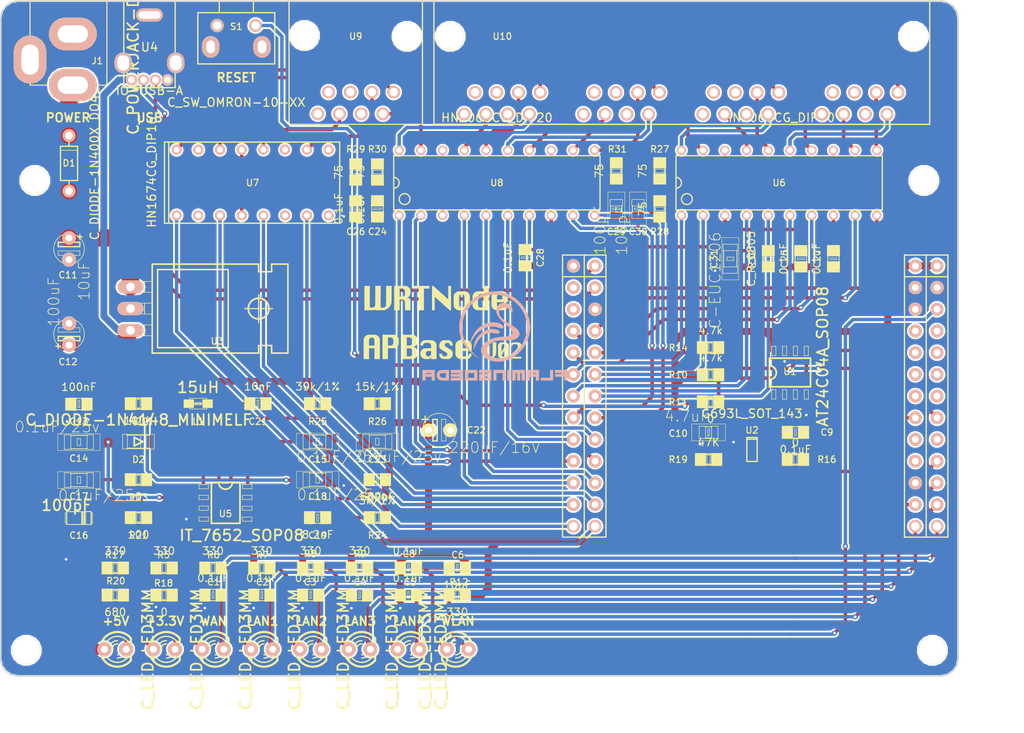
<source format=kicad_pcb>
(kicad_pcb (version 3) (host pcbnew "(2013-07-07 BZR 4022)-stable")
  (layers (15 F.Cu signal hide) (0 B.Cu signal hide) (18 B.Paste user) (19 F.Paste user) (20 B.SilkS user hide) (21 F.SilkS user) (22 B.Mask user) (23 F.Mask user) (28 Edge.Cuts user))
  (net 0 "")
  (net 1 +3.3V)
  (net 2 +5V)
  (net 3 /D+)
  (net 4 /D-)
  (net 5 /I2C_SCLK)
  (net 6 /I2C_SD)
  (net 7 /LINK0)
  (net 8 /LINK1)
  (net 9 /LINK2)
  (net 10 /LINK3)
  (net 11 /LINK4)
  (net 12 /RST_PBC)
  (net 13 /WDT_RST_N)
  (net 14 /WLAN/RXIN0)
  (net 15 /WLAN/RXIN1)
  (net 16 /WLAN/RXIN2)
  (net 17 /WLAN/RXIN3)
  (net 18 /WLAN/RXIN4)
  (net 19 /WLAN/RXIP0)
  (net 20 /WLAN/RXIP1)
  (net 21 /WLAN/RXIP2)
  (net 22 /WLAN/RXIP3)
  (net 23 /WLAN/RXIP4)
  (net 24 /WLAN/TXON0)
  (net 25 /WLAN/TXON1)
  (net 26 /WLAN/TXON2)
  (net 27 /WLAN/TXON3)
  (net 28 /WLAN/TXON4)
  (net 29 /WLAN/TXOP0)
  (net 30 /WLAN/TXOP1)
  (net 31 /WLAN/TXOP2)
  (net 32 /WLAN/TXOP3)
  (net 33 /WLAN/TXOP4)
  (net 34 /WLED_N)
  (net 35 GND)
  (net 36 N-00000103)
  (net 37 N-00000104)
  (net 38 N-00000105)
  (net 39 N-00000106)
  (net 40 N-00000107)
  (net 41 N-00000108)
  (net 42 N-00000109)
  (net 43 N-00000110)
  (net 44 N-00000111)
  (net 45 N-00000112)
  (net 46 N-00000113)
  (net 47 N-00000114)
  (net 48 N-00000115)
  (net 49 N-00000116)
  (net 50 N-00000119)
  (net 51 N-0000012)
  (net 52 N-00000121)
  (net 53 N-00000126)
  (net 54 N-00000127)
  (net 55 N-00000128)
  (net 56 N-0000052)
  (net 57 N-0000053)
  (net 58 N-0000054)
  (net 59 N-0000055)
  (net 60 N-0000056)
  (net 61 N-0000057)
  (net 62 N-0000059)
  (net 63 N-0000060)
  (net 64 N-0000061)
  (net 65 N-0000062)
  (net 66 N-0000063)
  (net 67 N-0000064)
  (net 68 N-0000065)
  (net 69 N-0000066)
  (net 70 N-0000067)
  (net 71 N-0000068)
  (net 72 N-0000069)
  (net 73 N-000007)
  (net 74 N-0000070)
  (net 75 N-0000071)
  (net 76 N-0000072)
  (net 77 N-0000073)
  (net 78 N-0000074)
  (net 79 N-0000075)
  (net 80 N-0000076)
  (net 81 N-0000077)
  (net 82 N-0000078)
  (net 83 N-0000079)
  (net 84 N-000008)
  (net 85 N-0000080)
  (net 86 N-0000081)
  (net 87 N-0000082)
  (net 88 N-0000083)
  (net 89 N-000009)
  (module IT_7652_SOP08 (layer F.Cu) (at 114.3 78.74 270)
    (fp_text reference U5 (at 1.27 0 360) (layer F.SilkS) (effects (font (size 0.762 0.762) (thickness 0.127))))
    (fp_text value IT_7652_SOP08 (at 3.81 -1.905 360) (layer F.SilkS) (effects (font (size 1.27 1.27) (thickness 0.2032))))
    (pad 1 smd rect (at -1.905 2.59842 270) (size 0.59944 2.19964) (layers F.Cu F.Paste F.Mask) (net 70 N-0000067))
    (pad 2 smd rect (at -0.635 2.59842 270) (size 0.59944 2.19964) (layers F.Cu F.Paste F.Mask) (net 2 +5V))
    (pad 3 smd rect (at 0.635 2.59842 270) (size 0.59944 2.19964) (layers F.Cu F.Paste F.Mask) (net 69 N-0000066))
    (pad 4 smd rect (at 1.905 2.59842 270) (size 0.59944 2.19964) (layers F.Cu F.Paste F.Mask) (net 35 GND))
    (pad 5 smd rect (at 1.905 -2.59842 270) (size 0.59944 2.19964) (layers F.Cu F.Paste F.Mask) (net 72 N-0000069))
    (pad 6 smd rect (at 0.635 -2.59842 270) (size 0.59944 2.19964) (layers F.Cu F.Paste F.Mask) (net 65 N-0000062))
    (pad 7 smd rect (at -0.635 -2.59842 270) (size 0.59944 2.19964) (layers F.Cu F.Paste F.Mask) (net 68 N-0000065))
    (pad 8 smd rect (at -1.905 -2.59842 270) (size 0.59944 2.19964) (layers F.Cu F.Paste F.Mask) (net 74 N-0000070))
  )
  (module IC_LM340_TO_220 (layer F.Cu) (at 107 56 270)
    (fp_text reference U3 (at 3.81 -6.35 360) (layer F.SilkS) (effects (font (size 0.762 0.762) (thickness 0.127))))
    (fp_text value IC_LM340_TO_220 hide)
    (pad 2 thru_hole oval (at 0 3.81 270) (size 1.524 3.048) (drill 1.016) (layers *.Cu *.Paste *.SilkS *.Mask) (net 35 GND))
    (pad 1 thru_hole oval (at -2.54 3.81 270) (size 1.524 3.048) (drill 1.016) (layers *.Cu *.Paste *.SilkS *.Mask) (net 62 N-0000059))
    (pad 3 thru_hole oval (at 2.54 3.81 270) (size 1.524 3.048) (drill 1.016) (layers *.Cu *.Paste *.SilkS *.Mask) (net 2 +5V))
  )
  (module HN2066CG_DIP20 (layer F.Cu) (at 146.05 41.275)
    (fp_text reference U8 (at 0 0) (layer F.SilkS) (effects (font (size 0.762 0.762) (thickness 0.127))))
    (fp_text value HN2066CG_DIP20 (at 0 -7.62) (layer F.SilkS))
    (pad 1 thru_hole circle (at -11.43 3.81 90) (size 1.1 1.1) (drill 0.699999) (layers *.Cu *.Paste *.SilkS *.Mask) (net 17 /WLAN/RXIN3))
    (pad 2 thru_hole circle (at -8.89 3.81 90) (size 1.1 1.1) (drill 0.699999) (layers *.Cu *.Paste *.SilkS *.Mask) (net 22 /WLAN/RXIP3))
    (pad 3 thru_hole circle (at -6.35 3.81 90) (size 1.1 1.1) (drill 0.699999) (layers *.Cu *.Paste *.SilkS *.Mask) (net 52 N-00000121))
    (pad 4 thru_hole circle (at -3.81 3.81 90) (size 1.1 1.1) (drill 0.699999) (layers *.Cu *.Paste *.SilkS *.Mask) (net 27 /WLAN/TXON3))
    (pad 5 thru_hole circle (at -1.27 3.81 90) (size 1.1 1.1) (drill 0.699999) (layers *.Cu *.Paste *.SilkS *.Mask) (net 32 /WLAN/TXOP3))
    (pad 6 thru_hole circle (at 1.27 3.81 90) (size 1.1 1.1) (drill 0.699999) (layers *.Cu *.Paste *.SilkS *.Mask) (net 26 /WLAN/TXON2))
    (pad 7 thru_hole circle (at 3.81 3.81 90) (size 1.1 1.1) (drill 0.699999) (layers *.Cu *.Paste *.SilkS *.Mask) (net 31 /WLAN/TXOP2))
    (pad 8 thru_hole circle (at 6.35 3.81 90) (size 1.1 1.1) (drill 0.699999) (layers *.Cu *.Paste *.SilkS *.Mask) (net 53 N-00000126))
    (pad 9 thru_hole circle (at 8.89 3.81 90) (size 1.1 1.1) (drill 0.699999) (layers *.Cu *.Paste *.SilkS *.Mask) (net 16 /WLAN/RXIN2))
    (pad 10 thru_hole circle (at 11.43 3.81 90) (size 1.1 1.1) (drill 0.699999) (layers *.Cu *.Paste *.SilkS *.Mask) (net 21 /WLAN/RXIP2))
    (pad 11 thru_hole circle (at 11.43 -3.81 90) (size 1.1 1.1) (drill 0.699999) (layers *.Cu *.Paste *.SilkS *.Mask) (net 78 N-0000074))
    (pad 12 thru_hole circle (at 8.89 -3.81 90) (size 1.1 1.1) (drill 0.699999) (layers *.Cu *.Paste *.SilkS *.Mask) (net 75 N-0000071))
    (pad 13 thru_hole circle (at 6.35 -3.81 90) (size 1.1 1.1) (drill 0.699999) (layers *.Cu *.Paste *.SilkS *.Mask) (net 83 N-0000079))
    (pad 14 thru_hole circle (at 3.81 -3.81 90) (size 1.1 1.1) (drill 0.699999) (layers *.Cu *.Paste *.SilkS *.Mask) (net 76 N-0000072))
    (pad 15 thru_hole circle (at 1.27 -3.81 90) (size 1.1 1.1) (drill 0.699999) (layers *.Cu *.Paste *.SilkS *.Mask) (net 79 N-0000075))
    (pad 16 thru_hole circle (at -1.27 -3.81 90) (size 1.1 1.1) (drill 0.699999) (layers *.Cu *.Paste *.SilkS *.Mask) (net 80 N-0000076))
    (pad 17 thru_hole circle (at -3.81 -3.81 90) (size 1.1 1.1) (drill 0.699999) (layers *.Cu *.Paste *.SilkS *.Mask) (net 81 N-0000077))
    (pad 18 thru_hole circle (at -6.35 -3.81 90) (size 1.1 1.1) (drill 0.699999) (layers *.Cu *.Paste *.SilkS *.Mask) (net 85 N-0000080))
    (pad 19 thru_hole circle (at -8.89 -3.81 90) (size 1.1 1.1) (drill 0.699999) (layers *.Cu *.Paste *.SilkS *.Mask) (net 82 N-0000078))
    (pad 20 thru_hole circle (at -11.43 -3.81 90) (size 1.1 1.1) (drill 0.699999) (layers *.Cu *.Paste *.SilkS *.Mask) (net 36 N-00000103))
  )
  (module HN2066CG_DIP20 (layer F.Cu) (at 179.07 41.275)
    (fp_text reference U6 (at 0 0) (layer F.SilkS) (effects (font (size 0.762 0.762) (thickness 0.127))))
    (fp_text value HN2066CG_DIP20 (at 0 -7.62) (layer F.SilkS))
    (pad 1 thru_hole circle (at -11.43 3.81 90) (size 1.1 1.1) (drill 0.699999) (layers *.Cu *.Paste *.SilkS *.Mask) (net 15 /WLAN/RXIN1))
    (pad 2 thru_hole circle (at -8.89 3.81 90) (size 1.1 1.1) (drill 0.699999) (layers *.Cu *.Paste *.SilkS *.Mask) (net 20 /WLAN/RXIP1))
    (pad 3 thru_hole circle (at -6.35 3.81 90) (size 1.1 1.1) (drill 0.699999) (layers *.Cu *.Paste *.SilkS *.Mask) (net 54 N-00000127))
    (pad 4 thru_hole circle (at -3.81 3.81 90) (size 1.1 1.1) (drill 0.699999) (layers *.Cu *.Paste *.SilkS *.Mask) (net 25 /WLAN/TXON1))
    (pad 5 thru_hole circle (at -1.27 3.81 90) (size 1.1 1.1) (drill 0.699999) (layers *.Cu *.Paste *.SilkS *.Mask) (net 30 /WLAN/TXOP1))
    (pad 6 thru_hole circle (at 1.27 3.81 90) (size 1.1 1.1) (drill 0.699999) (layers *.Cu *.Paste *.SilkS *.Mask) (net 24 /WLAN/TXON0))
    (pad 7 thru_hole circle (at 3.81 3.81 90) (size 1.1 1.1) (drill 0.699999) (layers *.Cu *.Paste *.SilkS *.Mask) (net 29 /WLAN/TXOP0))
    (pad 8 thru_hole circle (at 6.35 3.81 90) (size 1.1 1.1) (drill 0.699999) (layers *.Cu *.Paste *.SilkS *.Mask) (net 50 N-00000119))
    (pad 9 thru_hole circle (at 8.89 3.81 90) (size 1.1 1.1) (drill 0.699999) (layers *.Cu *.Paste *.SilkS *.Mask) (net 14 /WLAN/RXIN0))
    (pad 10 thru_hole circle (at 11.43 3.81 90) (size 1.1 1.1) (drill 0.699999) (layers *.Cu *.Paste *.SilkS *.Mask) (net 19 /WLAN/RXIP0))
    (pad 11 thru_hole circle (at 11.43 -3.81 90) (size 1.1 1.1) (drill 0.699999) (layers *.Cu *.Paste *.SilkS *.Mask) (net 41 N-00000108))
    (pad 12 thru_hole circle (at 8.89 -3.81 90) (size 1.1 1.1) (drill 0.699999) (layers *.Cu *.Paste *.SilkS *.Mask) (net 44 N-00000111))
    (pad 13 thru_hole circle (at 6.35 -3.81 90) (size 1.1 1.1) (drill 0.699999) (layers *.Cu *.Paste *.SilkS *.Mask) (net 49 N-00000116))
    (pad 14 thru_hole circle (at 3.81 -3.81 90) (size 1.1 1.1) (drill 0.699999) (layers *.Cu *.Paste *.SilkS *.Mask) (net 43 N-00000110))
    (pad 15 thru_hole circle (at 1.27 -3.81 90) (size 1.1 1.1) (drill 0.699999) (layers *.Cu *.Paste *.SilkS *.Mask) (net 42 N-00000109))
    (pad 16 thru_hole circle (at -1.27 -3.81 90) (size 1.1 1.1) (drill 0.699999) (layers *.Cu *.Paste *.SilkS *.Mask) (net 86 N-0000081))
    (pad 17 thru_hole circle (at -3.81 -3.81 90) (size 1.1 1.1) (drill 0.699999) (layers *.Cu *.Paste *.SilkS *.Mask) (net 87 N-0000082))
    (pad 18 thru_hole circle (at -6.35 -3.81 90) (size 1.1 1.1) (drill 0.699999) (layers *.Cu *.Paste *.SilkS *.Mask) (net 46 N-00000113))
    (pad 19 thru_hole circle (at -8.89 -3.81 90) (size 1.1 1.1) (drill 0.699999) (layers *.Cu *.Paste *.SilkS *.Mask) (net 88 N-0000083))
    (pad 20 thru_hole circle (at -11.43 -3.81 90) (size 1.1 1.1) (drill 0.699999) (layers *.Cu *.Paste *.SilkS *.Mask) (net 77 N-0000073))
  )
  (module G693L_SOT_143 (layer F.Cu) (at 175.895 72.39)
    (fp_text reference U2 (at 0 -2.159) (layer F.SilkS) (effects (font (size 0.762 0.762) (thickness 0.127))))
    (fp_text value G693L_SOT_143 (at 0 -4.1) (layer F.SilkS))
    (pad 1 smd rect (at -1.07 -0.68) (size 0.8 0.77) (layers F.Cu F.Paste F.Mask) (net 35 GND))
    (pad 2 smd rect (at -1.07 1.06) (size 0.8 0.4) (layers F.Cu F.Paste F.Mask) (net 60 N-0000056))
    (pad 3 smd rect (at 1.07 1.06) (size 0.8 0.4) (layers F.Cu F.Paste F.Mask) (net 61 N-0000057))
    (pad 4 smd rect (at 1.07 -0.86) (size 0.8 0.4) (layers F.Cu F.Paste F.Mask) (net 1 +3.3V))
  )
  (module C_R_0805 (layer F.Cu) (at 132.065 80.465 180)
    (fp_text reference R24 (at -0.015 -2.085 180) (layer F.SilkS) (effects (font (size 0.762 0.762) (thickness 0.127))))
    (fp_text value 3k/1% (at 0 1.99898 180) (layer F.SilkS) (effects (font (size 0.889 0.889) (thickness 0.127))))
    (pad 1 smd rect (at -0.94996 0 180) (size 1.29794 1.4986) (layers F.Cu F.Paste F.SilkS F.Mask) (net 35 GND))
    (pad 2 smd rect (at 0.94996 0 180) (size 1.29794 1.4986) (layers F.Cu F.Paste F.SilkS F.Mask) (net 67 N-0000064))
  )
  (module C_R_0805 (layer F.Cu) (at 171.045 60.56 180)
    (fp_text reference R14 (at 3.786 -0.019 180) (layer F.SilkS) (effects (font (size 0.762 0.762) (thickness 0.127))))
    (fp_text value 4.7k (at 0 1.99898 180) (layer F.SilkS) (effects (font (size 0.889 0.889) (thickness 0.127))))
    (pad 1 smd rect (at -0.94996 0 180) (size 1.29794 1.4986) (layers F.Cu F.Paste F.SilkS F.Mask) (net 5 /I2C_SCLK))
    (pad 2 smd rect (at 0.94996 0 180) (size 1.29794 1.4986) (layers F.Cu F.Paste F.SilkS F.Mask) (net 1 +3.3V))
  )
  (module C_R_0805 (layer F.Cu) (at 171.045 63.735 180)
    (fp_text reference R10 (at 3.786 -0.019 180) (layer F.SilkS) (effects (font (size 0.762 0.762) (thickness 0.127))))
    (fp_text value 4.7k (at 0 1.99898 180) (layer F.SilkS) (effects (font (size 0.889 0.889) (thickness 0.127))))
    (pad 1 smd rect (at -0.94996 0 180) (size 1.29794 1.4986) (layers F.Cu F.Paste F.SilkS F.Mask) (net 6 /I2C_SD))
    (pad 2 smd rect (at 0.94996 0 180) (size 1.29794 1.4986) (layers F.Cu F.Paste F.SilkS F.Mask) (net 1 +3.3V))
  )
  (module C_R_0805 (layer F.Cu) (at 104.125 80.465)
    (fp_text reference R21 (at 0.015 2.085) (layer F.SilkS) (effects (font (size 0.762 0.762) (thickness 0.127))))
    (fp_text value 100 (at 0 1.99898) (layer F.SilkS) (effects (font (size 0.889 0.889) (thickness 0.127))))
    (pad 1 smd rect (at -0.94996 0) (size 1.29794 1.4986) (layers F.Cu F.Paste F.SilkS F.Mask) (net 66 N-0000063))
    (pad 2 smd rect (at 0.94996 0) (size 1.29794 1.4986) (layers F.Cu F.Paste F.SilkS F.Mask) (net 69 N-0000066))
  )
  (module C_R_0805 (layer F.Cu) (at 104.125 76.02)
    (fp_text reference R23 (at 0.015 2.085) (layer F.SilkS) (effects (font (size 0.762 0.762) (thickness 0.127))))
    (fp_text value 0 (at 0 1.99898) (layer F.SilkS) (effects (font (size 0.889 0.889) (thickness 0.127))))
    (pad 1 smd rect (at -0.94996 0) (size 1.29794 1.4986) (layers F.Cu F.Paste F.SilkS F.Mask) (net 71 N-0000068))
    (pad 2 smd rect (at 0.94996 0) (size 1.29794 1.4986) (layers F.Cu F.Paste F.SilkS F.Mask) (net 70 N-0000067))
  )
  (module C_R_0805 (layer F.Cu) (at 104.125 67.13)
    (fp_text reference R22 (at 0.015 2.085) (layer F.SilkS) (effects (font (size 0.762 0.762) (thickness 0.127))))
    (fp_text value 100K (at 0 1.99898) (layer F.SilkS) (effects (font (size 0.889 0.889) (thickness 0.127))))
    (pad 1 smd rect (at -0.94996 0) (size 1.29794 1.4986) (layers F.Cu F.Paste F.SilkS F.Mask) (net 2 +5V))
    (pad 2 smd rect (at 0.94996 0) (size 1.29794 1.4986) (layers F.Cu F.Paste F.SilkS F.Mask) (net 68 N-0000065))
  )
  (module C_R_0805 (layer F.Cu) (at 171.045 66.91)
    (fp_text reference R11 (at -3.786 0.019) (layer F.SilkS) (effects (font (size 0.762 0.762) (thickness 0.127))))
    (fp_text value 0 (at 0 1.99898) (layer F.SilkS) (effects (font (size 0.889 0.889) (thickness 0.127))))
    (pad 1 smd rect (at -0.94996 0) (size 1.29794 1.4986) (layers F.Cu F.Paste F.SilkS F.Mask) (net 12 /RST_PBC))
    (pad 2 smd rect (at 0.94996 0) (size 1.29794 1.4986) (layers F.Cu F.Paste F.SilkS F.Mask) (net 6 /I2C_SD))
  )
  (module C_R_0805 (layer F.Cu) (at 125.08 67.13 180)
    (fp_text reference R25 (at -0.015 -2.085 180) (layer F.SilkS) (effects (font (size 0.762 0.762) (thickness 0.127))))
    (fp_text value 39k/1% (at 0 1.99898 180) (layer F.SilkS) (effects (font (size 0.889 0.889) (thickness 0.127))))
    (pad 1 smd rect (at -0.94996 0 180) (size 1.29794 1.4986) (layers F.Cu F.Paste F.SilkS F.Mask) (net 72 N-0000069))
    (pad 2 smd rect (at 0.94996 0 180) (size 1.29794 1.4986) (layers F.Cu F.Paste F.SilkS F.Mask) (net 1 +3.3V))
  )
  (module C_R_0805 (layer F.Cu) (at 132.065 67.13 180)
    (fp_text reference R26 (at -0.015 -2.085 180) (layer F.SilkS) (effects (font (size 0.762 0.762) (thickness 0.127))))
    (fp_text value 15k/1% (at 0 1.99898 180) (layer F.SilkS) (effects (font (size 0.889 0.889) (thickness 0.127))))
    (pad 1 smd rect (at -0.94996 0 180) (size 1.29794 1.4986) (layers F.Cu F.Paste F.SilkS F.Mask) (net 35 GND))
    (pad 2 smd rect (at 0.94996 0 180) (size 1.29794 1.4986) (layers F.Cu F.Paste F.SilkS F.Mask) (net 72 N-0000069))
  )
  (module C_R_0805 (layer F.Cu) (at 165.1 44.323 270)
    (fp_text reference R28 (at 2.667 0 360) (layer F.SilkS) (effects (font (size 0.762 0.762) (thickness 0.127))))
    (fp_text value 75 (at 0 1.99898 270) (layer F.SilkS) (effects (font (size 0.889 0.889) (thickness 0.127))))
    (pad 1 smd rect (at -0.94996 0 270) (size 1.29794 1.4986) (layers F.Cu F.Paste F.SilkS F.Mask) (net 49 N-00000116))
    (pad 2 smd rect (at 0.94996 0 270) (size 1.29794 1.4986) (layers F.Cu F.Paste F.SilkS F.Mask) (net 47 N-00000114))
  )
  (module C_R_0805 (layer F.Cu) (at 129.54 40.005 270)
    (fp_text reference R29 (at -2.667 0 360) (layer F.SilkS) (effects (font (size 0.762 0.762) (thickness 0.127))))
    (fp_text value 75 (at 0 1.99898 270) (layer F.SilkS) (effects (font (size 0.889 0.889) (thickness 0.127))))
    (pad 1 smd rect (at -0.94996 0 270) (size 1.29794 1.4986) (layers F.Cu F.Paste F.SilkS F.Mask) (net 48 N-00000115))
    (pad 2 smd rect (at 0.94996 0 270) (size 1.29794 1.4986) (layers F.Cu F.Paste F.SilkS F.Mask) (net 47 N-00000114))
  )
  (module C_R_0805 (layer F.Cu) (at 141.415 89.535)
    (fp_text reference R12 (at 0.19 -1.524) (layer F.SilkS) (effects (font (size 0.762 0.762) (thickness 0.127))))
    (fp_text value 330 (at 0 1.99898) (layer F.SilkS) (effects (font (size 0.889 0.889) (thickness 0.127))))
    (pad 1 smd rect (at -0.94996 0) (size 1.29794 1.4986) (layers F.Cu F.Paste F.SilkS F.Mask) (net 51 N-0000012))
    (pad 2 smd rect (at 0.94996 0) (size 1.29794 1.4986) (layers F.Cu F.Paste F.SilkS F.Mask) (net 1 +3.3V))
  )
  (module C_R_0805 (layer F.Cu) (at 132.08 40.005 270)
    (fp_text reference R30 (at -2.667 0 360) (layer F.SilkS) (effects (font (size 0.762 0.762) (thickness 0.127))))
    (fp_text value 75 (at 0 1.99898 270) (layer F.SilkS) (effects (font (size 0.889 0.889) (thickness 0.127))))
    (pad 1 smd rect (at -0.94996 0 270) (size 1.29794 1.4986) (layers F.Cu F.Paste F.SilkS F.Mask) (net 85 N-0000080))
    (pad 2 smd rect (at 0.94996 0 270) (size 1.29794 1.4986) (layers F.Cu F.Paste F.SilkS F.Mask) (net 47 N-00000114))
  )
  (module C_R_0805 (layer F.Cu) (at 160.02 39.878 270)
    (fp_text reference R31 (at -2.54 -0.127 360) (layer F.SilkS) (effects (font (size 0.762 0.762) (thickness 0.127))))
    (fp_text value 75 (at 0 1.99898 270) (layer F.SilkS) (effects (font (size 0.889 0.889) (thickness 0.127))))
    (pad 1 smd rect (at -0.94996 0 270) (size 1.29794 1.4986) (layers F.Cu F.Paste F.SilkS F.Mask) (net 83 N-0000079))
    (pad 2 smd rect (at 0.94996 0 270) (size 1.29794 1.4986) (layers F.Cu F.Paste F.SilkS F.Mask) (net 47 N-00000114))
  )
  (module C_R_0805 (layer F.Cu) (at 165.1 39.878 270)
    (fp_text reference R27 (at -2.54 0 360) (layer F.SilkS) (effects (font (size 0.762 0.762) (thickness 0.127))))
    (fp_text value 75 (at 0 1.99898 270) (layer F.SilkS) (effects (font (size 0.889 0.889) (thickness 0.127))))
    (pad 1 smd rect (at -0.94996 0 270) (size 1.29794 1.4986) (layers F.Cu F.Paste F.SilkS F.Mask) (net 46 N-00000113))
    (pad 2 smd rect (at 0.94996 0 270) (size 1.29794 1.4986) (layers F.Cu F.Paste F.SilkS F.Mask) (net 47 N-00000114))
  )
  (module C_R_0805 (layer F.Cu) (at 112.84 86.36 180)
    (fp_text reference R6 (at -0.063 1.524 180) (layer F.SilkS) (effects (font (size 0.762 0.762) (thickness 0.127))))
    (fp_text value 330 (at 0 1.99898 180) (layer F.SilkS) (effects (font (size 0.889 0.889) (thickness 0.127))))
    (pad 1 smd rect (at -0.94996 0 180) (size 1.29794 1.4986) (layers F.Cu F.Paste F.SilkS F.Mask) (net 59 N-0000055))
    (pad 2 smd rect (at 0.94996 0 180) (size 1.29794 1.4986) (layers F.Cu F.Paste F.SilkS F.Mask) (net 1 +3.3V))
  )
  (module C_R_0805 (layer F.Cu) (at 101.41 86.36 180)
    (fp_text reference R17 (at 0.064 1.524 180) (layer F.SilkS) (effects (font (size 0.762 0.762) (thickness 0.127))))
    (fp_text value 330 (at 0 1.99898 180) (layer F.SilkS) (effects (font (size 0.889 0.889) (thickness 0.127))))
    (pad 1 smd rect (at -0.94996 0 180) (size 1.29794 1.4986) (layers F.Cu F.Paste F.SilkS F.Mask) (net 89 N-000009))
    (pad 2 smd rect (at 0.94996 0 180) (size 1.29794 1.4986) (layers F.Cu F.Paste F.SilkS F.Mask) (net 1 +3.3V))
  )
  (module C_R_0805 (layer F.Cu) (at 107.125 89.535)
    (fp_text reference R18 (at -0.064 -1.397) (layer F.SilkS) (effects (font (size 0.762 0.762) (thickness 0.127))))
    (fp_text value 0 (at 0 1.99898) (layer F.SilkS) (effects (font (size 0.889 0.889) (thickness 0.127))))
    (pad 1 smd rect (at -0.94996 0) (size 1.29794 1.4986) (layers F.Cu F.Paste F.SilkS F.Mask) (net 35 GND))
    (pad 2 smd rect (at 0.94996 0) (size 1.29794 1.4986) (layers F.Cu F.Paste F.SilkS F.Mask) (net 84 N-000008))
  )
  (module C_R_0805 (layer F.Cu) (at 107.125 86.36 180)
    (fp_text reference R5 (at 0.064 1.524 180) (layer F.SilkS) (effects (font (size 0.762 0.762) (thickness 0.127))))
    (fp_text value 330 (at 0 1.99898 180) (layer F.SilkS) (effects (font (size 0.889 0.889) (thickness 0.127))))
    (pad 1 smd rect (at -0.94996 0 180) (size 1.29794 1.4986) (layers F.Cu F.Paste F.SilkS F.Mask) (net 73 N-000007))
    (pad 2 smd rect (at 0.94996 0 180) (size 1.29794 1.4986) (layers F.Cu F.Paste F.SilkS F.Mask) (net 1 +3.3V))
  )
  (module C_R_0805 (layer F.Cu) (at 118.555 86.36 180)
    (fp_text reference R7 (at -0.063 1.524 180) (layer F.SilkS) (effects (font (size 0.762 0.762) (thickness 0.127))))
    (fp_text value 330 (at 0 1.99898 180) (layer F.SilkS) (effects (font (size 0.889 0.889) (thickness 0.127))))
    (pad 1 smd rect (at -0.94996 0 180) (size 1.29794 1.4986) (layers F.Cu F.Paste F.SilkS F.Mask) (net 58 N-0000054))
    (pad 2 smd rect (at 0.94996 0 180) (size 1.29794 1.4986) (layers F.Cu F.Paste F.SilkS F.Mask) (net 1 +3.3V))
  )
  (module C_R_0805 (layer F.Cu) (at 124.27 86.36 180)
    (fp_text reference R8 (at 0.064 1.651 180) (layer F.SilkS) (effects (font (size 0.762 0.762) (thickness 0.127))))
    (fp_text value 330 (at 0 1.99898 180) (layer F.SilkS) (effects (font (size 0.889 0.889) (thickness 0.127))))
    (pad 1 smd rect (at -0.94996 0 180) (size 1.29794 1.4986) (layers F.Cu F.Paste F.SilkS F.Mask) (net 57 N-0000053))
    (pad 2 smd rect (at 0.94996 0 180) (size 1.29794 1.4986) (layers F.Cu F.Paste F.SilkS F.Mask) (net 1 +3.3V))
  )
  (module C_R_0805 (layer F.Cu) (at 129.985 86.36 180)
    (fp_text reference R9 (at -0.063 1.651 180) (layer F.SilkS) (effects (font (size 0.762 0.762) (thickness 0.127))))
    (fp_text value 330 (at 0 1.99898 180) (layer F.SilkS) (effects (font (size 0.889 0.889) (thickness 0.127))))
    (pad 1 smd rect (at -0.94996 0 180) (size 1.29794 1.4986) (layers F.Cu F.Paste F.SilkS F.Mask) (net 56 N-0000052))
    (pad 2 smd rect (at 0.94996 0 180) (size 1.29794 1.4986) (layers F.Cu F.Paste F.SilkS F.Mask) (net 1 +3.3V))
  )
  (module C_R_0805 (layer F.Cu) (at 180.975 73.66 180)
    (fp_text reference R16 (at -3.683 0 180) (layer F.SilkS) (effects (font (size 0.762 0.762) (thickness 0.127))))
    (fp_text value 0 (at 0 1.99898 180) (layer F.SilkS) (effects (font (size 0.889 0.889) (thickness 0.127))))
    (pad 1 smd rect (at -0.94996 0 180) (size 1.29794 1.4986) (layers F.Cu F.Paste F.SilkS F.Mask) (net 13 /WDT_RST_N))
    (pad 2 smd rect (at 0.94996 0 180) (size 1.29794 1.4986) (layers F.Cu F.Paste F.SilkS F.Mask) (net 61 N-0000057))
  )
  (module C_R_0805 (layer F.Cu) (at 170.815 73.66 180)
    (fp_text reference R19 (at 3.556 0 180) (layer F.SilkS) (effects (font (size 0.762 0.762) (thickness 0.127))))
    (fp_text value 47K (at 0 1.99898 180) (layer F.SilkS) (effects (font (size 0.889 0.889) (thickness 0.127))))
    (pad 1 smd rect (at -0.94996 0 180) (size 1.29794 1.4986) (layers F.Cu F.Paste F.SilkS F.Mask) (net 60 N-0000056))
    (pad 2 smd rect (at 0.94996 0 180) (size 1.29794 1.4986) (layers F.Cu F.Paste F.SilkS F.Mask) (net 1 +3.3V))
  )
  (module C_R_0805 (layer F.Cu) (at 101.41 89.535)
    (fp_text reference R20 (at 0.063 -1.651) (layer F.SilkS) (effects (font (size 0.762 0.762) (thickness 0.127))))
    (fp_text value 680 (at 0 1.99898) (layer F.SilkS) (effects (font (size 0.889 0.889) (thickness 0.127))))
    (pad 1 smd rect (at -0.94996 0) (size 1.29794 1.4986) (layers F.Cu F.Paste F.SilkS F.Mask) (net 35 GND))
    (pad 2 smd rect (at 0.94996 0) (size 1.29794 1.4986) (layers F.Cu F.Paste F.SilkS F.Mask) (net 63 N-0000060))
  )
  (module C_POWERJACK-DC_2,1MM (layer F.Cu) (at 96.52 23.495)
    (fp_text reference J1 (at 2.79 3.505) (layer F.SilkS) (effects (font (size 0.762 0.762) (thickness 0.127))))
    (fp_text value C_POWERJACK-DC_2,1MM (at 6.985 0 90) (layer F.SilkS) (effects (font (size 1.27 1.27) (thickness 0.2032))))
    (pad 1 thru_hole oval (at -5.08 3.3528) (size 3.81 5.588) (drill oval 2.032 3.556) (layers *.Cu *.Paste *.SilkS *.Mask) (net 35 GND))
    (pad 2 thru_hole oval (at -0.0762 6.35) (size 5.588 3.81) (drill oval 3.556 2.032) (layers *.Cu *.Paste *.SilkS *.Mask) (net 64 N-0000061))
    (pad 3 thru_hole oval (at -0.0762 0.3556) (size 5.588 3.81) (drill oval 3.556 2.032) (layers *.Cu *.Paste *.SilkS *.Mask) (net 35 GND))
  )
  (module C_L-CBF_0805 (layer F.Cu) (at 111.11 67.13)
    (fp_text reference L1 (at 0.015 2.085) (layer F.SilkS) (effects (font (size 0.762 0.762) (thickness 0.127))))
    (fp_text value 15uH (at 0 -1.905) (layer F.SilkS) (effects (font (size 1.27 1.27) (thickness 0.2032))))
    (pad 1 smd rect (at -1.09982 0) (size 1.19888 0.99822) (layers F.Cu F.Paste F.SilkS F.Mask) (net 69 N-0000066))
    (pad 2 smd rect (at 1.09982 0) (size 1.19888 0.99822) (layers F.Cu F.Paste F.SilkS F.Mask) (net 1 +3.3V))
  )
  (module C_DIODE-1N4148_MINIMELF (layer F.Cu) (at 104.125 71.575 180)
    (fp_text reference D2 (at -0.015 -2.085 180) (layer F.SilkS) (effects (font (size 0.762 0.762) (thickness 0.127))))
    (fp_text value C_DIODE-1N4148_MINIMELF (at 0 2.54 180) (layer F.SilkS) (effects (font (size 1.27 1.27) (thickness 0.2032))))
    (pad 1 smd rect (at 1.69926 0 180) (size 1.39954 1.79832) (layers F.Cu F.Paste F.Mask) (net 2 +5V))
    (pad 2 smd rect (at -1.69926 0 180) (size 1.39954 1.79832) (layers F.Cu F.Paste F.Mask) (net 70 N-0000067))
  )
  (module C_C_0805 (layer F.Cu) (at 135.7 89.535 180)
    (fp_text reference C5 (at -0.19 1.524 180) (layer F.SilkS) (effects (font (size 0.762 0.762) (thickness 0.127))))
    (fp_text value 0.1uF (at 0 1.99898 180) (layer F.SilkS) (effects (font (size 0.889 0.889) (thickness 0.127))))
    (pad 1 smd rect (at -0.94996 0 180) (size 1.29794 1.4986) (layers F.Cu F.Paste F.SilkS F.Mask) (net 7 /LINK0))
    (pad 2 smd rect (at 0.94996 0 180) (size 1.29794 1.4986) (layers F.Cu F.Paste F.SilkS F.Mask) (net 35 GND))
  )
  (module C_C_0805 (layer F.Cu) (at 180.975 70.485)
    (fp_text reference C9 (at 3.683 0) (layer F.SilkS) (effects (font (size 0.762 0.762) (thickness 0.127))))
    (fp_text value 0.1uF (at 0 1.99898) (layer F.SilkS) (effects (font (size 0.889 0.889) (thickness 0.127))))
    (pad 1 smd rect (at -0.94996 0) (size 1.29794 1.4986) (layers F.Cu F.Paste F.SilkS F.Mask) (net 1 +3.3V))
    (pad 2 smd rect (at 0.94996 0) (size 1.29794 1.4986) (layers F.Cu F.Paste F.SilkS F.Mask) (net 35 GND))
  )
  (module C_C_0805 (layer F.Cu) (at 118.095 67.13 180)
    (fp_text reference C21 (at -0.015 -2.085 180) (layer F.SilkS) (effects (font (size 0.762 0.762) (thickness 0.127))))
    (fp_text value 10nF (at 0 1.99898 180) (layer F.SilkS) (effects (font (size 0.889 0.889) (thickness 0.127))))
    (pad 1 smd rect (at -0.94996 0 180) (size 1.29794 1.4986) (layers F.Cu F.Paste F.SilkS F.Mask) (net 1 +3.3V))
    (pad 2 smd rect (at 0.94996 0 180) (size 1.29794 1.4986) (layers F.Cu F.Paste F.SilkS F.Mask) (net 72 N-0000069))
  )
  (module C_C_0805 (layer F.Cu) (at 97.155 67.183 180)
    (fp_text reference C13 (at 0 -2.032 180) (layer F.SilkS) (effects (font (size 0.762 0.762) (thickness 0.127))))
    (fp_text value 100nF (at 0 1.99898 180) (layer F.SilkS) (effects (font (size 0.889 0.889) (thickness 0.127))))
    (pad 1 smd rect (at -0.94996 0 180) (size 1.29794 1.4986) (layers F.Cu F.Paste F.SilkS F.Mask) (net 2 +5V))
    (pad 2 smd rect (at 0.94996 0 180) (size 1.29794 1.4986) (layers F.Cu F.Paste F.SilkS F.Mask) (net 35 GND))
  )
  (module C_C_0805 (layer F.Cu) (at 112.84 89.535 180)
    (fp_text reference C1 (at -0.063 1.524 180) (layer F.SilkS) (effects (font (size 0.762 0.762) (thickness 0.127))))
    (fp_text value 0.1uF (at 0 1.99898 180) (layer F.SilkS) (effects (font (size 0.889 0.889) (thickness 0.127))))
    (pad 1 smd rect (at -0.94996 0 180) (size 1.29794 1.4986) (layers F.Cu F.Paste F.SilkS F.Mask) (net 11 /LINK4))
    (pad 2 smd rect (at 0.94996 0 180) (size 1.29794 1.4986) (layers F.Cu F.Paste F.SilkS F.Mask) (net 35 GND))
  )
  (module C_C_0805 (layer F.Cu) (at 118.555 89.535 180)
    (fp_text reference C2 (at -0.063 1.524 180) (layer F.SilkS) (effects (font (size 0.762 0.762) (thickness 0.127))))
    (fp_text value 0.1uF (at 0 1.99898 180) (layer F.SilkS) (effects (font (size 0.889 0.889) (thickness 0.127))))
    (pad 1 smd rect (at -0.94996 0 180) (size 1.29794 1.4986) (layers F.Cu F.Paste F.SilkS F.Mask) (net 10 /LINK3))
    (pad 2 smd rect (at 0.94996 0 180) (size 1.29794 1.4986) (layers F.Cu F.Paste F.SilkS F.Mask) (net 35 GND))
  )
  (module C_C_0805 (layer F.Cu) (at 124.27 89.535 180)
    (fp_text reference C3 (at 0.064 1.524 180) (layer F.SilkS) (effects (font (size 0.762 0.762) (thickness 0.127))))
    (fp_text value 0.1uF (at 0 1.99898 180) (layer F.SilkS) (effects (font (size 0.889 0.889) (thickness 0.127))))
    (pad 1 smd rect (at -0.94996 0 180) (size 1.29794 1.4986) (layers F.Cu F.Paste F.SilkS F.Mask) (net 9 /LINK2))
    (pad 2 smd rect (at 0.94996 0 180) (size 1.29794 1.4986) (layers F.Cu F.Paste F.SilkS F.Mask) (net 35 GND))
  )
  (module C_C_0805 (layer F.Cu) (at 129.985 89.535 180)
    (fp_text reference C4 (at -0.063 1.524 180) (layer F.SilkS) (effects (font (size 0.762 0.762) (thickness 0.127))))
    (fp_text value 0.1uF (at 0 1.99898 180) (layer F.SilkS) (effects (font (size 0.889 0.889) (thickness 0.127))))
    (pad 1 smd rect (at -0.94996 0 180) (size 1.29794 1.4986) (layers F.Cu F.Paste F.SilkS F.Mask) (net 8 /LINK1))
    (pad 2 smd rect (at 0.94996 0 180) (size 1.29794 1.4986) (layers F.Cu F.Paste F.SilkS F.Mask) (net 35 GND))
  )
  (module C_C_0805 (layer F.Cu) (at 125.08 80.465)
    (fp_text reference C19 (at 0.015 2.085) (layer F.SilkS) (effects (font (size 0.762 0.762) (thickness 0.127))))
    (fp_text value 8.2nF (at 0 1.99898) (layer F.SilkS) (effects (font (size 0.889 0.889) (thickness 0.127))))
    (pad 1 smd rect (at -0.94996 0) (size 1.29794 1.4986) (layers F.Cu F.Paste F.SilkS F.Mask) (net 65 N-0000062))
    (pad 2 smd rect (at 0.94996 0) (size 1.29794 1.4986) (layers F.Cu F.Paste F.SilkS F.Mask) (net 67 N-0000064))
  )
  (module C_C_0805 (layer F.Cu) (at 129.54 44.323 270)
    (fp_text reference C26 (at 2.667 0 360) (layer F.SilkS) (effects (font (size 0.762 0.762) (thickness 0.127))))
    (fp_text value 0.1uF (at 0 1.99898 270) (layer F.SilkS) (effects (font (size 0.889 0.889) (thickness 0.127))))
    (pad 1 smd rect (at -0.94996 0 270) (size 1.29794 1.4986) (layers F.Cu F.Paste F.SilkS F.Mask) (net 55 N-00000128))
    (pad 2 smd rect (at 0.94996 0 270) (size 1.29794 1.4986) (layers F.Cu F.Paste F.SilkS F.Mask) (net 35 GND))
  )
  (module C_C_0805 (layer F.Cu) (at 185.42 50.165 270)
    (fp_text reference C27 (at 0 1.905 270) (layer F.SilkS) (effects (font (size 0.762 0.762) (thickness 0.127))))
    (fp_text value 0.1uF (at 0 1.99898 270) (layer F.SilkS) (effects (font (size 0.889 0.889) (thickness 0.127))))
    (pad 1 smd rect (at -0.94996 0 270) (size 1.29794 1.4986) (layers F.Cu F.Paste F.SilkS F.Mask) (net 50 N-00000119))
    (pad 2 smd rect (at 0.94996 0 270) (size 1.29794 1.4986) (layers F.Cu F.Paste F.SilkS F.Mask) (net 35 GND))
  )
  (module C_C_0805 (layer F.Cu) (at 181.61 50.165 270)
    (fp_text reference C25 (at 0 1.905 270) (layer F.SilkS) (effects (font (size 0.762 0.762) (thickness 0.127))))
    (fp_text value 0.1uF (at 0 1.99898 270) (layer F.SilkS) (effects (font (size 0.889 0.889) (thickness 0.127))))
    (pad 1 smd rect (at -0.94996 0 270) (size 1.29794 1.4986) (layers F.Cu F.Paste F.SilkS F.Mask) (net 54 N-00000127))
    (pad 2 smd rect (at 0.94996 0 270) (size 1.29794 1.4986) (layers F.Cu F.Paste F.SilkS F.Mask) (net 35 GND))
  )
  (module C_C_0805 (layer F.Cu) (at 149.352 50.038 270)
    (fp_text reference C28 (at 0 -1.778 270) (layer F.SilkS) (effects (font (size 0.762 0.762) (thickness 0.127))))
    (fp_text value 0.1uF (at 0 1.99898 270) (layer F.SilkS) (effects (font (size 0.889 0.889) (thickness 0.127))))
    (pad 1 smd rect (at -0.94996 0 270) (size 1.29794 1.4986) (layers F.Cu F.Paste F.SilkS F.Mask) (net 53 N-00000126))
    (pad 2 smd rect (at 0.94996 0 270) (size 1.29794 1.4986) (layers F.Cu F.Paste F.SilkS F.Mask) (net 35 GND))
  )
  (module C_C_0805 (layer F.Cu) (at 132.08 44.323 270)
    (fp_text reference C24 (at 2.667 0 360) (layer F.SilkS) (effects (font (size 0.762 0.762) (thickness 0.127))))
    (fp_text value 0.1uF (at 0 1.99898 270) (layer F.SilkS) (effects (font (size 0.889 0.889) (thickness 0.127))))
    (pad 1 smd rect (at -0.94996 0 270) (size 1.29794 1.4986) (layers F.Cu F.Paste F.SilkS F.Mask) (net 52 N-00000121))
    (pad 2 smd rect (at 0.94996 0 270) (size 1.29794 1.4986) (layers F.Cu F.Paste F.SilkS F.Mask) (net 35 GND))
  )
  (module C_C_0805 (layer F.Cu) (at 132.065 76.02)
    (fp_text reference C20 (at 0.015 2.085) (layer F.SilkS) (effects (font (size 0.762 0.762) (thickness 0.127))))
    (fp_text value 680pF (at 0 1.99898) (layer F.SilkS) (effects (font (size 0.889 0.889) (thickness 0.127))))
    (pad 1 smd rect (at -0.94996 0) (size 1.29794 1.4986) (layers F.Cu F.Paste F.SilkS F.Mask) (net 65 N-0000062))
    (pad 2 smd rect (at 0.94996 0) (size 1.29794 1.4986) (layers F.Cu F.Paste F.SilkS F.Mask) (net 35 GND))
  )
  (module C_C_0805 (layer F.Cu) (at 141.415 86.36)
    (fp_text reference C6 (at 0.063 -1.524) (layer F.SilkS) (effects (font (size 0.762 0.762) (thickness 0.127))))
    (fp_text value 10pF (at 0 1.99898) (layer F.SilkS) (effects (font (size 0.889 0.889) (thickness 0.127))))
    (pad 1 smd rect (at -0.94996 0) (size 1.29794 1.4986) (layers F.Cu F.Paste F.SilkS F.Mask) (net 34 /WLED_N))
    (pad 2 smd rect (at 0.94996 0) (size 1.29794 1.4986) (layers F.Cu F.Paste F.SilkS F.Mask) (net 35 GND))
  )
  (module C_C_0805 (layer F.Cu) (at 135.7 86.36 180)
    (fp_text reference C8 (at -0.063 1.651 180) (layer F.SilkS) (effects (font (size 0.762 0.762) (thickness 0.127))))
    (fp_text value 0.1uF (at 0 1.99898 180) (layer F.SilkS) (effects (font (size 0.889 0.889) (thickness 0.127))))
    (pad 1 smd rect (at -0.94996 0 180) (size 1.29794 1.4986) (layers F.Cu F.Paste F.SilkS F.Mask) (net 34 /WLED_N))
    (pad 2 smd rect (at 0.94996 0 180) (size 1.29794 1.4986) (layers F.Cu F.Paste F.SilkS F.Mask) (net 35 GND))
  )
  (module AT24C04A_SOP08 (layer F.Cu) (at 180.34 63.5)
    (fp_text reference U1 (at 0 -0.127) (layer F.SilkS) (effects (font (size 0.762 0.762) (thickness 0.127))))
    (fp_text value AT24C04A_SOP08 (at 3.81 -1.905 90) (layer F.SilkS) (effects (font (size 1.27 1.27) (thickness 0.2032))))
    (pad 1 smd rect (at -1.905 2.59842) (size 0.59944 2.19964) (layers F.Cu F.Paste F.Mask) (net 35 GND))
    (pad 2 smd rect (at -0.635 2.59842) (size 0.59944 2.19964) (layers F.Cu F.Paste F.Mask) (net 35 GND))
    (pad 3 smd rect (at 0.635 2.59842) (size 0.59944 2.19964) (layers F.Cu F.Paste F.Mask) (net 35 GND))
    (pad 4 smd rect (at 1.905 2.59842) (size 0.59944 2.19964) (layers F.Cu F.Paste F.Mask) (net 35 GND))
    (pad 5 smd rect (at 1.905 -2.59842) (size 0.59944 2.19964) (layers F.Cu F.Paste F.Mask) (net 6 /I2C_SD))
    (pad 6 smd rect (at 0.635 -2.59842) (size 0.59944 2.19964) (layers F.Cu F.Paste F.Mask) (net 5 /I2C_SCLK))
    (pad 7 smd rect (at -0.635 -2.59842) (size 0.59944 2.19964) (layers F.Cu F.Paste F.Mask) (net 35 GND))
    (pad 8 smd rect (at -1.905 -2.59842) (size 0.59944 2.19964) (layers F.Cu F.Paste F.Mask) (net 1 +3.3V))
  )
  (module HN1674CG_DIP16 (layer F.Cu) (at 113.665 40.005 90)
    (fp_text reference U7 (at -1.27 3.81 180) (layer F.SilkS) (effects (font (size 0.762 0.762) (thickness 0.127))))
    (fp_text value HN1674CG_DIP16 (at 0 -8 90) (layer F.SilkS))
    (pad 1 thru_hole circle (at -5.08 -5.08 90) (size 1.2 1.2) (drill 0.699999) (layers *.Cu *.Paste *.SilkS *.Mask) (net 28 /WLAN/TXON4))
    (pad 2 thru_hole circle (at -5.08 -2.54 90) (size 1.2 1.2) (drill 0.699999) (layers *.Cu *.Paste *.SilkS *.Mask))
    (pad 3 thru_hole circle (at -5.08 0 90) (size 1.2 1.2) (drill 0.699999) (layers *.Cu *.Paste *.SilkS *.Mask) (net 33 /WLAN/TXOP4))
    (pad 4 thru_hole circle (at -5.08 2.54 90) (size 1.2 1.2) (drill 0.699999) (layers *.Cu *.Paste *.SilkS *.Mask) (net 55 N-00000128))
    (pad 5 thru_hole circle (at -5.08 5.08 90) (size 1.2 1.2) (drill 0.699999) (layers *.Cu *.Paste *.SilkS *.Mask) (net 18 /WLAN/RXIN4))
    (pad 6 thru_hole circle (at -5.08 7.62 90) (size 1.2 1.2) (drill 0.699999) (layers *.Cu *.Paste *.SilkS *.Mask))
    (pad 7 thru_hole circle (at -5.08 10.16 90) (size 1.2 1.2) (drill 0.699999) (layers *.Cu *.Paste *.SilkS *.Mask) (net 23 /WLAN/RXIP4))
    (pad 8 thru_hole circle (at -5.08 12.7 90) (size 1.2 1.2) (drill 0.699999) (layers *.Cu *.Paste *.SilkS *.Mask))
    (pad 9 thru_hole circle (at 2.6 12.7 90) (size 1.2 1.2) (drill 0.699999) (layers *.Cu *.Paste *.SilkS *.Mask))
    (pad 10 thru_hole circle (at 2.6 10.16 90) (size 1.2 1.2) (drill 0.699999) (layers *.Cu *.Paste *.SilkS *.Mask) (net 37 N-00000104))
    (pad 11 thru_hole circle (at 2.61 7.6 90) (size 1.2 1.2) (drill 0.699999) (layers *.Cu *.Paste *.SilkS *.Mask))
    (pad 12 thru_hole circle (at 2.61 5.07 90) (size 1.2 1.2) (drill 0.699999) (layers *.Cu *.Paste *.SilkS *.Mask) (net 38 N-00000105))
    (pad 13 thru_hole circle (at 2.6 2.54 90) (size 1.2 1.2) (drill 0.699999) (layers *.Cu *.Paste *.SilkS *.Mask) (net 48 N-00000115))
    (pad 14 thru_hole circle (at 2.6 0 90) (size 1.2 1.2) (drill 0.699999) (layers *.Cu *.Paste *.SilkS *.Mask) (net 39 N-00000106))
    (pad 15 thru_hole circle (at 2.6 -2.54 90) (size 1.2 1.2) (drill 0.699999) (layers *.Cu *.Paste *.SilkS *.Mask))
    (pad 16 thru_hole circle (at 2.6 -5.08 90) (size 1.2 1.2) (drill 0.699999) (layers *.Cu *.Paste *.SilkS *.Mask) (net 40 N-00000107))
  )
  (module C_LED_LED3MM (layer F.Cu) (at 112.84 95.885)
    (fp_text reference LED1 hide)
    (fp_text value C_LED_LED3MM (at 3.81 0 90) (layer F.SilkS) (effects (font (size 1.27 1.27) (thickness 0.2032))))
    (pad 1 thru_hole circle (at 1.27 0) (size 1.6764 1.6764) (drill 0.812799) (layers *.Cu *.Paste *.SilkS *.Mask) (net 11 /LINK4))
    (pad 2 thru_hole circle (at -1.27 0) (size 1.6764 1.6764) (drill 0.812799) (layers *.Cu *.Paste *.SilkS *.Mask) (net 73 N-000007))
  )
  (module C_LED_LED3MM (layer F.Cu) (at 118.555 95.885)
    (fp_text reference LED2 hide)
    (fp_text value C_LED_LED3MM (at 3.81 0 90) (layer F.SilkS) (effects (font (size 1.27 1.27) (thickness 0.2032))))
    (pad 1 thru_hole circle (at 1.27 0) (size 1.6764 1.6764) (drill 0.812799) (layers *.Cu *.Paste *.SilkS *.Mask) (net 10 /LINK3))
    (pad 2 thru_hole circle (at -1.27 0) (size 1.6764 1.6764) (drill 0.812799) (layers *.Cu *.Paste *.SilkS *.Mask) (net 59 N-0000055))
  )
  (module C_LED_LED3MM (layer F.Cu) (at 124.27 95.885)
    (fp_text reference LED3 hide)
    (fp_text value C_LED_LED3MM (at 3.81 0 90) (layer F.SilkS) (effects (font (size 1.27 1.27) (thickness 0.2032))))
    (pad 1 thru_hole circle (at 1.27 0) (size 1.6764 1.6764) (drill 0.812799) (layers *.Cu *.Paste *.SilkS *.Mask) (net 9 /LINK2))
    (pad 2 thru_hole circle (at -1.27 0) (size 1.6764 1.6764) (drill 0.812799) (layers *.Cu *.Paste *.SilkS *.Mask) (net 58 N-0000054))
  )
  (module C_LED_LED3MM (layer F.Cu) (at 129.985 95.885)
    (fp_text reference LED4 hide)
    (fp_text value C_LED_LED3MM (at 3.81 0 90) (layer F.SilkS) (effects (font (size 1.27 1.27) (thickness 0.2032))))
    (pad 1 thru_hole circle (at 1.27 0) (size 1.6764 1.6764) (drill 0.812799) (layers *.Cu *.Paste *.SilkS *.Mask) (net 8 /LINK1))
    (pad 2 thru_hole circle (at -1.27 0) (size 1.6764 1.6764) (drill 0.812799) (layers *.Cu *.Paste *.SilkS *.Mask) (net 57 N-0000053))
  )
  (module C_LED_LED3MM (layer F.Cu) (at 135.7 95.885)
    (fp_text reference LED5 hide)
    (fp_text value C_LED_LED3MM (at 3.81 0 90) (layer F.SilkS) (effects (font (size 1.27 1.27) (thickness 0.2032))))
    (pad 1 thru_hole circle (at 1.27 0) (size 1.6764 1.6764) (drill 0.812799) (layers *.Cu *.Paste *.SilkS *.Mask) (net 7 /LINK0))
    (pad 2 thru_hole circle (at -1.27 0) (size 1.6764 1.6764) (drill 0.812799) (layers *.Cu *.Paste *.SilkS *.Mask) (net 56 N-0000052))
  )
  (module C_LED_LED3MM (layer F.Cu) (at 141.478 95.885 180)
    (fp_text reference LED6 hide)
    (fp_text value C_LED_LED3MM (at 3.81 0 270) (layer F.SilkS) (effects (font (size 1.27 1.27) (thickness 0.2032))))
    (pad 1 thru_hole circle (at 1.27 0 180) (size 1.6764 1.6764) (drill 0.812799) (layers *.Cu *.Paste *.SilkS *.Mask) (net 34 /WLED_N))
    (pad 2 thru_hole circle (at -1.27 0 180) (size 1.6764 1.6764) (drill 0.812799) (layers *.Cu *.Paste *.SilkS *.Mask) (net 51 N-0000012))
  )
  (module C_LED_LED3MM (layer F.Cu) (at 107.125 95.885)
    (fp_text reference LED9 hide)
    (fp_text value C_LED_LED3MM (at 3.81 0 90) (layer F.SilkS) (effects (font (size 1.27 1.27) (thickness 0.2032))))
    (pad 1 thru_hole circle (at 1.27 0) (size 1.6764 1.6764) (drill 0.812799) (layers *.Cu *.Paste *.SilkS *.Mask) (net 84 N-000008))
    (pad 2 thru_hole circle (at -1.27 0) (size 1.6764 1.6764) (drill 0.812799) (layers *.Cu *.Paste *.SilkS *.Mask) (net 89 N-000009))
  )
  (module SW_6*6*6 (layer F.Cu) (at 115.57 22.86 180)
    (fp_text reference S1 (at 0 -0.127 180) (layer F.SilkS) (effects (font (size 0.762 0.762) (thickness 0.127))))
    (fp_text value C_SW_OMRON-10-XX (at 0 -9 180) (layer F.SilkS))
    (pad 1 thru_hole circle (at -2.25 0 180) (size 1.50622 1.50622) (drill 0.998218) (layers *.Cu *.Paste *.SilkS *.Mask) (net 12 /RST_PBC))
    (pad 3 thru_hole circle (at 2.25 0 180) (size 1.50622 1.50622) (drill 0.998218) (layers *.Cu *.Paste *.SilkS *.Mask) (net 35 GND))
    (pad 2 thru_hole oval (at -3 -2.5 180) (size 2 2.5) (drill oval 1 1.5) (layers *.Cu *.Paste *.SilkS *.Mask) (net 35 GND))
    (pad 4 thru_hole oval (at 3 -2.5 180) (size 2 2.5) (drill oval 1 1.5) (layers *.Cu *.Paste *.SilkS *.Mask) (net 35 GND))
  )
  (module IO_HOLE-3.2 (layer F.Cu) (at 91 96)
    (fp_text reference P1 hide)
    (fp_text value IO_HOLE-3.2 hide)
    (pad "" thru_hole circle (at 0 0) (size 3.2004 3.2004) (drill 3.2004) (layers *.Cu *.Paste *.SilkS *.Mask))
  )
  (module IO_HOLE-3.2 (layer F.Cu) (at 92 41)
    (fp_text reference P2 hide)
    (fp_text value IO_HOLE-3.2 hide)
    (pad "" thru_hole circle (at 0 0) (size 3.2004 3.2004) (drill 3.2004) (layers *.Cu *.Paste *.SilkS *.Mask))
  )
  (module IO_HOLE-3.2 (layer F.Cu) (at 197 96)
    (fp_text reference P3 hide)
    (fp_text value IO_HOLE-3.2 hide)
    (pad "" thru_hole circle (at 0 0) (size 3.2004 3.2004) (drill 3.2004) (layers *.Cu *.Paste *.SilkS *.Mask))
  )
  (module IO_HOLE-3.2 (layer F.Cu) (at 196 41)
    (fp_text reference P4 hide)
    (fp_text value IO_HOLE-3.2 hide)
    (pad "" thru_hole circle (at 0 0) (size 3.2004 3.2004) (drill 3.2004) (layers *.Cu *.Paste *.SilkS *.Mask))
  )
  (module C_CPOL_SMCA (layer F.Cu) (at 97.155 80.518 180)
    (fp_text reference C16 (at 0 -2.032 180) (layer F.SilkS) (effects (font (size 0.762 0.762) (thickness 0.127))))
    (fp_text value 100pF (at 1.4478 1.49098 180) (layer F.SilkS) (effects (font (size 1.27 1.27) (thickness 0.2032))))
    (pad 1 smd rect (at -1.4986 0 180) (size 1.59766 1.39954) (layers F.Cu F.Paste F.Mask) (net 66 N-0000063))
    (pad 2 smd rect (at 1.4986 0 180) (size 1.59766 1.39954) (layers F.Cu F.Paste F.Mask) (net 35 GND))
  )
  (module mini6 (layer B.Cu) (at 145.8 59.075)
    (fp_text reference VAL hide)
    (fp_text value mini6 hide)
  )
  (module LOGO (layer F.Cu) (at 138.938 55.245)
    (fp_text reference G*** hide)
    (fp_text value LOGO hide)
  )
  (module LOGO (layer F.Cu) (at 136.779 60.96)
    (fp_text reference G*** hide)
    (fp_text value LOGO hide)
  )
  (module rcl-C0805 (layer F.Cu) (at 162.56 44.323 270)
    (fp_text reference C30 (at 2.667 0 360) (layer F.SilkS) (effects (font (size 0.762 0.762) (thickness 0.127))))
    (fp_text value 100pF (at 2.54 1.905 270) (layer F.SilkS) (effects (font (size 1.27 1.27) (thickness 0.0889))))
    (pad 1 smd rect (at -0.94996 0 270) (size 1.29794 1.4986) (layers F.Cu F.Paste F.Mask) (net 47 N-00000114))
    (pad 2 smd rect (at 0.94996 0 270) (size 1.29794 1.4986) (layers F.Cu F.Paste F.Mask) (net 45 N-00000112))
  )
  (module rcl-C0805 (layer F.Cu) (at 170.815 70.485 180)
    (fp_text reference C10 (at 3.556 -0.127 180) (layer F.SilkS) (effects (font (size 0.762 0.762) (thickness 0.127))))
    (fp_text value 4.7uF (at 2.54 1.905 180) (layer F.SilkS) (effects (font (size 1.27 1.27) (thickness 0.0889))))
    (pad 1 smd rect (at -0.94996 0 180) (size 1.29794 1.4986) (layers F.Cu F.Paste F.Mask) (net 60 N-0000056))
    (pad 2 smd rect (at 0.94996 0 180) (size 1.29794 1.4986) (layers F.Cu F.Paste F.Mask) (net 35 GND))
  )
  (module rcl-C0805 (layer F.Cu) (at 160.02 44.323 270)
    (fp_text reference C29 (at 2.667 0 360) (layer F.SilkS) (effects (font (size 0.762 0.762) (thickness 0.127))))
    (fp_text value 100pF (at 2.54 1.905 270) (layer F.SilkS) (effects (font (size 1.27 1.27) (thickness 0.0889))))
    (pad 1 smd rect (at -0.94996 0 270) (size 1.29794 1.4986) (layers F.Cu F.Paste F.Mask) (net 47 N-00000114))
    (pad 2 smd rect (at 0.94996 0 270) (size 1.29794 1.4986) (layers F.Cu F.Paste F.Mask) (net 45 N-00000112))
  )
  (module C_CPOL-EUE_2.5-5 (layer F.Cu) (at 96 59 90)
    (fp_text reference C12 (at -3.23 -0.115 180) (layer F.SilkS) (effects (font (size 0.762 0.762) (thickness 0.127))))
    (fp_text value 10uF (at 6.223 1.778 90) (layer F.SilkS) (effects (font (size 1.27 1.27) (thickness 0.0889))))
    (pad + thru_hole circle (at -1.27 0 90) (size 1.6002 1.6002) (drill 0.812799) (layers *.Cu *.Paste *.SilkS *.Mask) (net 2 +5V))
    (pad - thru_hole circle (at 1.27 0 90) (size 1.6002 1.6002) (drill 0.812799) (layers *.Cu *.Paste *.SilkS *.Mask) (net 35 GND))
  )
  (module C_CPOL-EUE_2.5-5 (layer F.Cu) (at 96 49 270)
    (fp_text reference C11 (at 3.07 0.115 360) (layer F.SilkS) (effects (font (size 0.762 0.762) (thickness 0.127))))
    (fp_text value 100uF (at 6.223 1.778 270) (layer F.SilkS) (effects (font (size 1.27 1.27) (thickness 0.0889))))
    (pad + thru_hole circle (at -1.27 0 270) (size 1.6002 1.6002) (drill 0.812799) (layers *.Cu *.Paste *.SilkS *.Mask) (net 62 N-0000059))
    (pad - thru_hole circle (at 1.27 0 270) (size 1.6002 1.6002) (drill 0.812799) (layers *.Cu *.Paste *.SilkS *.Mask) (net 35 GND))
  )
  (module C_DIODE-1N4148_DO41 (layer F.Cu) (at 96 39 270)
    (fp_text reference D1 (at -0.025 0 360) (layer F.SilkS) (effects (font (size 0.762 0.762) (thickness 0.127))))
    (fp_text value C_DIODE-1N400X_DO41 (at 0 -3 270) (layer F.SilkS))
    (pad A thru_hole circle (at -3.25 0 270) (size 1.5 1.5) (drill 0.9) (layers *.Cu *.Paste *.SilkS *.Mask) (net 64 N-0000061))
    (pad C thru_hole circle (at 3.25 0 270) (size 1.5 1.5) (drill 0.9) (layers *.Cu *.Paste *.SilkS *.Mask) (net 62 N-0000059))
  )
  (module C_R_0805 (layer F.Cu) (at 177.8 50.165 270)
    (fp_text reference R32 (at 0 1.905 270) (layer F.SilkS) (effects (font (size 0.762 0.762) (thickness 0.127))))
    (fp_text value C_R_0805 (at 0 1.99898 270) (layer F.SilkS) (effects (font (size 0.889 0.889) (thickness 0.127))))
    (pad 1 smd rect (at -0.94996 0 270) (size 1.29794 1.4986) (layers F.Cu F.Paste F.SilkS F.Mask) (net 45 N-00000112))
    (pad 2 smd rect (at 0.94996 0 270) (size 1.29794 1.4986) (layers F.Cu F.Paste F.SilkS F.Mask) (net 35 GND))
  )
  (module LOGO (layer F.Cu) (at 146.812 61.214)
    (fp_text reference G*** hide)
    (fp_text value LOGO hide)
  )
  (module IO_FM13X2 (layer F.Cu) (at 195 51 90)
    (fp_text reference JP1 hide)
    (fp_text value IO_FM13X2 hide)
    (pad 1 thru_hole circle (at 0 0 270) (size 1.524 1.524) (drill 0.812799) (layers *.Cu *.Paste *.SilkS *.Mask) (net 1 +3.3V))
    (pad 2 thru_hole circle (at 0 2.54 270) (size 1.524 1.524) (drill 0.812799) (layers *.Cu *.Paste *.SilkS *.Mask) (net 1 +3.3V))
    (pad 3 thru_hole circle (at -2.54 0 270) (size 1.524 1.524) (drill 0.812799) (layers *.Cu *.Paste *.SilkS *.Mask) (net 35 GND))
    (pad 4 thru_hole circle (at -2.54 2.54 270) (size 1.524 1.524) (drill 0.812799) (layers *.Cu *.Paste *.SilkS *.Mask) (net 35 GND))
    (pad 5 thru_hole circle (at -5.08 0 270) (size 1.524 1.524) (drill 0.812799) (layers *.Cu *.Paste *.SilkS *.Mask) (net 35 GND))
    (pad 6 thru_hole circle (at -5.08 2.54 270) (size 1.524 1.524) (drill 0.812799) (layers *.Cu *.Paste *.SilkS *.Mask) (net 34 /WLED_N))
    (pad 7 thru_hole circle (at -7.62 0 270) (size 1.524 1.524) (drill 0.812799) (layers *.Cu *.Paste *.SilkS *.Mask))
    (pad 8 thru_hole circle (at -7.62 2.54 270) (size 1.524 1.524) (drill 0.812799) (layers *.Cu *.Paste *.SilkS *.Mask))
    (pad 9 thru_hole circle (at -10.16 0 270) (size 1.524 1.524) (drill 0.812799) (layers *.Cu *.Paste *.SilkS *.Mask))
    (pad 10 thru_hole circle (at -10.16 2.54 270) (size 1.524 1.524) (drill 0.812799) (layers *.Cu *.Paste *.SilkS *.Mask))
    (pad 11 thru_hole circle (at -12.7 0 270) (size 1.524 1.524) (drill 0.812799) (layers *.Cu *.Paste *.SilkS *.Mask))
    (pad 12 thru_hole circle (at -12.7 2.54 270) (size 1.524 1.524) (drill 0.812799) (layers *.Cu *.Paste *.SilkS *.Mask))
    (pad 13 thru_hole circle (at -15.24 0 270) (size 1.524 1.524) (drill 0.812799) (layers *.Cu *.Paste *.SilkS *.Mask))
    (pad 14 thru_hole circle (at -15.24 2.54 270) (size 1.524 1.524) (drill 0.812799) (layers *.Cu *.Paste *.SilkS *.Mask))
    (pad 15 thru_hole circle (at -17.78 0 270) (size 1.524 1.524) (drill 0.812799) (layers *.Cu *.Paste *.SilkS *.Mask) (net 5 /I2C_SCLK))
    (pad 16 thru_hole circle (at -17.78 2.54 270) (size 1.524 1.524) (drill 0.812799) (layers *.Cu *.Paste *.SilkS *.Mask) (net 6 /I2C_SD))
    (pad 17 thru_hole circle (at -20.32 0 270) (size 1.524 1.524) (drill 0.812799) (layers *.Cu *.Paste *.SilkS *.Mask))
    (pad 18 thru_hole circle (at -20.32 2.54 270) (size 1.524 1.524) (drill 0.812799) (layers *.Cu *.Paste *.SilkS *.Mask))
    (pad 19 thru_hole circle (at -22.86 0 90) (size 1.524 1.524) (drill 0.812799) (layers *.Cu *.Paste *.SilkS *.Mask))
    (pad 20 thru_hole circle (at -22.86 2.54 90) (size 1.524 1.524) (drill 0.812799) (layers *.Cu *.Paste *.SilkS *.Mask) (net 13 /WDT_RST_N))
    (pad 21 thru_hole circle (at -25.4 0 90) (size 1.524 1.524) (drill 0.812799) (layers *.Cu *.Paste *.SilkS *.Mask) (net 35 GND))
    (pad 22 thru_hole circle (at -25.4 2.54 90) (size 1.524 1.524) (drill 0.812799) (layers *.Cu *.Paste *.SilkS *.Mask) (net 7 /LINK0))
    (pad 23 thru_hole circle (at -27.94 0 90) (size 1.524 1.524) (drill 0.812799) (layers *.Cu *.Paste *.SilkS *.Mask) (net 8 /LINK1))
    (pad 24 thru_hole circle (at -27.94 2.54 90) (size 1.524 1.524) (drill 0.812799) (layers *.Cu *.Paste *.SilkS *.Mask) (net 9 /LINK2))
    (pad 25 thru_hole circle (at -30.48 0 90) (size 1.50622 1.50622) (drill 0.998218) (layers *.Cu *.Paste *.SilkS *.Mask) (net 10 /LINK3))
    (pad 26 thru_hole circle (at -30.48 2.54 90) (size 1.50622 1.50622) (drill 0.998218) (layers *.Cu *.Paste *.SilkS *.Mask) (net 11 /LINK4))
  )
  (module IO_FM13X2 (layer F.Cu) (at 155 51 90)
    (fp_text reference JP2 hide)
    (fp_text value IO_FM13X2 hide)
    (pad 1 thru_hole circle (at 0 0 270) (size 1.524 1.524) (drill 0.812799) (layers *.Cu *.Paste *.SilkS *.Mask) (net 35 GND))
    (pad 2 thru_hole circle (at 0 2.54 270) (size 1.524 1.524) (drill 0.812799) (layers *.Cu *.Paste *.SilkS *.Mask) (net 4 /D-))
    (pad 3 thru_hole circle (at -2.54 0 270) (size 1.524 1.524) (drill 0.812799) (layers *.Cu *.Paste *.SilkS *.Mask))
    (pad 4 thru_hole circle (at -2.54 2.54 270) (size 1.524 1.524) (drill 0.812799) (layers *.Cu *.Paste *.SilkS *.Mask) (net 3 /D+))
    (pad 5 thru_hole circle (at -5.08 0 270) (size 1.524 1.524) (drill 0.812799) (layers *.Cu *.Paste *.SilkS *.Mask))
    (pad 6 thru_hole circle (at -5.08 2.54 270) (size 1.524 1.524) (drill 0.812799) (layers *.Cu *.Paste *.SilkS *.Mask) (net 35 GND))
    (pad 7 thru_hole circle (at -7.62 0 270) (size 1.524 1.524) (drill 0.812799) (layers *.Cu *.Paste *.SilkS *.Mask) (net 14 /WLAN/RXIN0))
    (pad 8 thru_hole circle (at -7.62 2.54 270) (size 1.524 1.524) (drill 0.812799) (layers *.Cu *.Paste *.SilkS *.Mask) (net 19 /WLAN/RXIP0))
    (pad 9 thru_hole circle (at -10.16 0 270) (size 1.524 1.524) (drill 0.812799) (layers *.Cu *.Paste *.SilkS *.Mask) (net 24 /WLAN/TXON0))
    (pad 10 thru_hole circle (at -10.16 2.54 270) (size 1.524 1.524) (drill 0.812799) (layers *.Cu *.Paste *.SilkS *.Mask) (net 29 /WLAN/TXOP0))
    (pad 11 thru_hole circle (at -12.7 0 270) (size 1.524 1.524) (drill 0.812799) (layers *.Cu *.Paste *.SilkS *.Mask) (net 15 /WLAN/RXIN1))
    (pad 12 thru_hole circle (at -12.7 2.54 270) (size 1.524 1.524) (drill 0.812799) (layers *.Cu *.Paste *.SilkS *.Mask) (net 20 /WLAN/RXIP1))
    (pad 13 thru_hole circle (at -15.24 0 270) (size 1.524 1.524) (drill 0.812799) (layers *.Cu *.Paste *.SilkS *.Mask) (net 25 /WLAN/TXON1))
    (pad 14 thru_hole circle (at -15.24 2.54 270) (size 1.524 1.524) (drill 0.812799) (layers *.Cu *.Paste *.SilkS *.Mask) (net 30 /WLAN/TXOP1))
    (pad 15 thru_hole circle (at -17.78 0 270) (size 1.524 1.524) (drill 0.812799) (layers *.Cu *.Paste *.SilkS *.Mask) (net 16 /WLAN/RXIN2))
    (pad 16 thru_hole circle (at -17.78 2.54 270) (size 1.524 1.524) (drill 0.812799) (layers *.Cu *.Paste *.SilkS *.Mask) (net 21 /WLAN/RXIP2))
    (pad 17 thru_hole circle (at -20.32 0 270) (size 1.524 1.524) (drill 0.812799) (layers *.Cu *.Paste *.SilkS *.Mask) (net 26 /WLAN/TXON2))
    (pad 18 thru_hole circle (at -20.32 2.54 270) (size 1.524 1.524) (drill 0.812799) (layers *.Cu *.Paste *.SilkS *.Mask) (net 31 /WLAN/TXOP2))
    (pad 19 thru_hole circle (at -22.86 0 90) (size 1.524 1.524) (drill 0.812799) (layers *.Cu *.Paste *.SilkS *.Mask) (net 17 /WLAN/RXIN3))
    (pad 20 thru_hole circle (at -22.86 2.54 90) (size 1.524 1.524) (drill 0.812799) (layers *.Cu *.Paste *.SilkS *.Mask) (net 22 /WLAN/RXIP3))
    (pad 21 thru_hole circle (at -25.4 0 90) (size 1.524 1.524) (drill 0.812799) (layers *.Cu *.Paste *.SilkS *.Mask) (net 27 /WLAN/TXON3))
    (pad 22 thru_hole circle (at -25.4 2.54 90) (size 1.524 1.524) (drill 0.812799) (layers *.Cu *.Paste *.SilkS *.Mask) (net 32 /WLAN/TXOP3))
    (pad 23 thru_hole circle (at -27.94 0 90) (size 1.524 1.524) (drill 0.812799) (layers *.Cu *.Paste *.SilkS *.Mask) (net 18 /WLAN/RXIN4))
    (pad 24 thru_hole circle (at -27.94 2.54 90) (size 1.524 1.524) (drill 0.812799) (layers *.Cu *.Paste *.SilkS *.Mask) (net 23 /WLAN/RXIP4))
    (pad 25 thru_hole circle (at -30.48 0 90) (size 1.50622 1.50622) (drill 0.998218) (layers *.Cu *.Paste *.SilkS *.Mask) (net 33 /WLAN/TXOP4))
    (pad 26 thru_hole circle (at -30.48 2.54 90) (size 1.50622 1.50622) (drill 0.998218) (layers *.Cu *.Paste *.SilkS *.Mask) (net 28 /WLAN/TXON4))
  )
  (module C_LED_LED3MM (layer F.Cu) (at 101.41 95.885)
    (fp_text reference LED7 hide)
    (fp_text value C_LED_LED3MM (at 3.81 0 90) (layer F.SilkS) (effects (font (size 1.27 1.27) (thickness 0.2032))))
    (pad 1 thru_hole circle (at 1.27 0) (size 1.6764 1.6764) (drill 0.812799) (layers *.Cu *.Paste *.SilkS *.Mask) (net 63 N-0000060))
    (pad 2 thru_hole circle (at -1.27 0) (size 1.6764 1.6764) (drill 0.812799) (layers *.Cu *.Paste *.SilkS *.Mask) (net 2 +5V))
  )
  (module IO-USB-A (layer F.Cu) (at 105.41 24.13 180)
    (fp_text reference U4 (at 0 -1.27 180) (layer F.SilkS))
    (fp_text value IO-USB-A (at 0 -6.35 180) (layer F.SilkS))
    (pad 2 thru_hole circle (at 0.7 -5.1 180) (size 1.3 1.3) (drill 0.8) (layers *.Cu *.Paste *.SilkS *.Mask) (net 4 /D-))
    (pad 1 thru_hole circle (at 2.1 -5.1 180) (size 1.3 1.3) (drill 0.8) (layers *.Cu *.Paste *.SilkS *.Mask) (net 2 +5V))
    (pad 3 thru_hole circle (at -0.7 -5.1 180) (size 1.3 1.3) (drill 0.8) (layers *.Cu *.Paste *.SilkS *.Mask) (net 3 /D+))
    (pad 4 thru_hole circle (at -2.1 -5.1 180) (size 1.3 1.3) (drill 0.8) (layers *.Cu *.Paste *.SilkS *.Mask) (net 35 GND))
    (pad 5 thru_hole oval (at 3.08 -3.1 180) (size 2 2.4) (drill oval 1.399998 1.84) (layers *.Cu *.Paste *.SilkS *.Mask) (net 35 GND))
    (pad 6 thru_hole oval (at -3.08 -3.1 180) (size 2 2.4) (drill oval 1.399998 1.84) (layers *.Cu *.Paste *.SilkS *.Mask) (net 35 GND))
    (pad 7 thru_hole oval (at 0 2.5 180) (size 3.1 1.5) (drill oval 2.6 0.9) (layers *.Cu *.Paste *.SilkS *.Mask) (net 35 GND))
  )
  (module IO_RJ45X1 (layer F.Cu) (at 129.54 24.13)
    (fp_text reference U9 (at 0 0) (layer F.SilkS) (effects (font (size 0.762 0.762) (thickness 0.127))))
    (fp_text value IO_RJ45X1-JACK hide)
    (pad 4 thru_hole circle (at 0.635 9.06526) (size 1.50622 1.50622) (drill 0.998218) (layers *.Cu *.Paste *.SilkS *.Mask))
    (pad 5 thru_hole circle (at -0.635 6.52526) (size 1.50622 1.50622) (drill 0.998218) (layers *.Cu *.Paste *.SilkS *.Mask))
    (pad 7 thru_hole circle (at -3.175 6.52526) (size 1.50622 1.50622) (drill 0.998218) (layers *.Cu *.Paste *.SilkS *.Mask))
    (pad 8 thru_hole circle (at -4.445 9.06526) (size 1.50622 1.50622) (drill 0.998218) (layers *.Cu *.Paste *.SilkS *.Mask))
    (pad 6 thru_hole circle (at -1.905 9.06526) (size 1.50622 1.50622) (drill 0.998218) (layers *.Cu *.Paste *.SilkS *.Mask) (net 38 N-00000105))
    (pad 1 thru_hole circle (at 4.445 6.52526) (size 1.50622 1.50622) (drill 0.998218) (layers *.Cu *.Paste *.SilkS *.Mask) (net 39 N-00000106))
    (pad 2 thru_hole circle (at 3.175 9.06526) (size 1.50622 1.50622) (drill 0.998218) (layers *.Cu *.Paste *.SilkS *.Mask) (net 40 N-00000107))
    (pad 3 thru_hole circle (at 1.905 6.52526) (size 1.50622 1.50622) (drill 0.998218) (layers *.Cu *.Paste *.SilkS *.Mask) (net 37 N-00000104))
    (pad "" np_thru_hole circle (at 6 0) (size 3.2 3.2) (drill 3.2) (layers *.Cu *.Paste *.SilkS *.Mask))
    (pad "" np_thru_hole circle (at -6 -0.1) (size 3.2 3.2) (drill 3.2) (layers *.Cu *.Paste *.SilkS *.Mask))
  )
  (module RJ45-4*1 (layer F.Cu) (at 146.685 24.13)
    (fp_text reference U10 (at 0 0) (layer F.SilkS) (effects (font (size 0.762 0.762) (thickness 0.127))))
    (fp_text value RJ45-4*1 hide)
    (pad "" np_thru_hole circle (at 48.1 0) (size 3.2 3.2) (drill 3.2) (layers *.Cu *.Paste *.SilkS *.Mask))
    (pad "" np_thru_hole circle (at -6.1 0) (size 3.2 3.2) (drill 3.2) (layers *.Cu *.Paste *.SilkS *.Mask))
    (pad 32 thru_hole circle (at 37.3888 9.1059) (size 1.50622 1.50622) (drill 0.998218) (layers *.Cu *.Paste *.SilkS *.Mask))
    (pad 31 thru_hole circle (at 38.6588 6.5659) (size 1.50622 1.50622) (drill 0.998218) (layers *.Cu *.Paste *.SilkS *.Mask))
    (pad 30 thru_hole circle (at 39.9288 9.1059) (size 1.50622 1.50622) (drill 0.998218) (layers *.Cu *.Paste *.SilkS *.Mask) (net 44 N-00000111))
    (pad 29 thru_hole circle (at 41.1988 6.5659) (size 1.50622 1.50622) (drill 0.998218) (layers *.Cu *.Paste *.SilkS *.Mask))
    (pad 28 thru_hole circle (at 42.4688 9.1059) (size 1.50622 1.50622) (drill 0.998218) (layers *.Cu *.Paste *.SilkS *.Mask))
    (pad 27 thru_hole circle (at 43.7388 6.5659) (size 1.50622 1.50622) (drill 0.998218) (layers *.Cu *.Paste *.SilkS *.Mask) (net 41 N-00000108))
    (pad 26 thru_hole circle (at 45.0088 9.1059) (size 1.50622 1.50622) (drill 0.998218) (layers *.Cu *.Paste *.SilkS *.Mask) (net 42 N-00000109))
    (pad 25 thru_hole circle (at 46.2788 6.5659) (size 1.50622 1.50622) (drill 0.998218) (layers *.Cu *.Paste *.SilkS *.Mask) (net 43 N-00000110))
    (pad 8 thru_hole circle (at -4.4577 9.0932) (size 1.50622 1.50622) (drill 0.998218) (layers *.Cu *.Paste *.SilkS *.Mask))
    (pad 7 thru_hole circle (at -3.1877 6.5532) (size 1.50622 1.50622) (drill 0.998218) (layers *.Cu *.Paste *.SilkS *.Mask))
    (pad 6 thru_hole circle (at -1.9177 9.0932) (size 1.50622 1.50622) (drill 0.998218) (layers *.Cu *.Paste *.SilkS *.Mask) (net 81 N-0000077))
    (pad 5 thru_hole circle (at -0.6477 6.5532) (size 1.50622 1.50622) (drill 0.998218) (layers *.Cu *.Paste *.SilkS *.Mask))
    (pad 4 thru_hole circle (at 0.6223 9.0932) (size 1.50622 1.50622) (drill 0.998218) (layers *.Cu *.Paste *.SilkS *.Mask))
    (pad 3 thru_hole circle (at 1.8923 6.5532) (size 1.50622 1.50622) (drill 0.998218) (layers *.Cu *.Paste *.SilkS *.Mask) (net 80 N-0000076))
    (pad 2 thru_hole circle (at 3.1623 9.0932) (size 1.50622 1.50622) (drill 0.998218) (layers *.Cu *.Paste *.SilkS *.Mask) (net 36 N-00000103))
    (pad 1 thru_hole circle (at 4.4323 6.5532) (size 1.50622 1.50622) (drill 0.998218) (layers *.Cu *.Paste *.SilkS *.Mask) (net 82 N-0000078))
    (pad 16 thru_hole circle (at 9.4869 9.1059) (size 1.50622 1.50622) (drill 0.998218) (layers *.Cu *.Paste *.SilkS *.Mask))
    (pad 15 thru_hole circle (at 10.7569 6.5659) (size 1.50622 1.50622) (drill 0.998218) (layers *.Cu *.Paste *.SilkS *.Mask))
    (pad 14 thru_hole circle (at 12.0269 9.1059) (size 1.50622 1.50622) (drill 0.998218) (layers *.Cu *.Paste *.SilkS *.Mask) (net 75 N-0000071))
    (pad 13 thru_hole circle (at 13.2969 6.5659) (size 1.50622 1.50622) (drill 0.998218) (layers *.Cu *.Paste *.SilkS *.Mask))
    (pad 12 thru_hole circle (at 14.5669 9.1059) (size 1.50622 1.50622) (drill 0.998218) (layers *.Cu *.Paste *.SilkS *.Mask))
    (pad 11 thru_hole circle (at 15.8369 6.5659) (size 1.50622 1.50622) (drill 0.998218) (layers *.Cu *.Paste *.SilkS *.Mask) (net 78 N-0000074))
    (pad 10 thru_hole circle (at 17.1069 9.1059) (size 1.50622 1.50622) (drill 0.998218) (layers *.Cu *.Paste *.SilkS *.Mask) (net 79 N-0000075))
    (pad 9 thru_hole circle (at 18.3769 6.5659) (size 1.50622 1.50622) (drill 0.998218) (layers *.Cu *.Paste *.SilkS *.Mask) (net 76 N-0000072))
    (pad 24 thru_hole circle (at 23.4569 9.1059) (size 1.50622 1.50622) (drill 0.998218) (layers *.Cu *.Paste *.SilkS *.Mask))
    (pad 23 thru_hole circle (at 24.7269 6.5659) (size 1.50622 1.50622) (drill 0.998218) (layers *.Cu *.Paste *.SilkS *.Mask))
    (pad 22 thru_hole circle (at 25.9969 9.1059) (size 1.50622 1.50622) (drill 0.998218) (layers *.Cu *.Paste *.SilkS *.Mask) (net 87 N-0000082))
    (pad 21 thru_hole circle (at 27.2669 6.5659) (size 1.50622 1.50622) (drill 0.998218) (layers *.Cu *.Paste *.SilkS *.Mask))
    (pad 20 thru_hole circle (at 28.5369 9.1059) (size 1.50622 1.50622) (drill 0.998218) (layers *.Cu *.Paste *.SilkS *.Mask))
    (pad 19 thru_hole circle (at 29.8069 6.5659) (size 1.50622 1.50622) (drill 0.998218) (layers *.Cu *.Paste *.SilkS *.Mask) (net 86 N-0000081))
    (pad 18 thru_hole circle (at 31.0769 9.1059) (size 1.50622 1.50622) (drill 0.998218) (layers *.Cu *.Paste *.SilkS *.Mask) (net 77 N-0000073))
    (pad 17 thru_hole circle (at 32.3469 6.5659) (size 1.50622 1.50622) (drill 0.998218) (layers *.Cu *.Paste *.SilkS *.Mask) (net 88 N-0000083))
  )
  (module rcl-C1206 (layer F.Cu) (at 132.065 71.575)
    (fp_text reference C23 (at 0.015 2.085) (layer F.SilkS) (effects (font (size 0.762 0.762) (thickness 0.127))))
    (fp_text value 0.1uF/25v (at 2.54 1.778) (layer F.SilkS) (effects (font (size 1.27 1.27) (thickness 0.0889))))
    (pad 1 smd rect (at -1.39954 0) (size 1.59766 1.79832) (layers F.Cu F.Paste F.Mask) (net 1 +3.3V))
    (pad 2 smd rect (at 1.39954 0) (size 1.59766 1.79832) (layers F.Cu F.Paste F.Mask) (net 35 GND))
  )
  (module rcl-C1206 (layer F.Cu) (at 125.08 76.02)
    (fp_text reference C18 (at 0.015 1.958) (layer F.SilkS) (effects (font (size 0.762 0.762) (thickness 0.127))))
    (fp_text value 0.1uF/25v (at 2.54 1.778) (layer F.SilkS) (effects (font (size 1.27 1.27) (thickness 0.0889))))
    (pad 1 smd rect (at -1.39954 0) (size 1.59766 1.79832) (layers F.Cu F.Paste F.Mask) (net 68 N-0000065))
    (pad 2 smd rect (at 1.39954 0) (size 1.59766 1.79832) (layers F.Cu F.Paste F.Mask) (net 35 GND))
  )
  (module rcl-C1206 (layer F.Cu) (at 97.155 76.073)
    (fp_text reference C17 (at 0 1.905) (layer F.SilkS) (effects (font (size 0.762 0.762) (thickness 0.127))))
    (fp_text value 0.1uF/25v (at 2.54 1.778) (layer F.SilkS) (effects (font (size 1.27 1.27) (thickness 0.0889))))
    (pad 1 smd rect (at -1.39954 0) (size 1.59766 1.79832) (layers F.Cu F.Paste F.Mask) (net 69 N-0000066))
    (pad 2 smd rect (at 1.39954 0) (size 1.59766 1.79832) (layers F.Cu F.Paste F.Mask) (net 71 N-0000068))
  )
  (module rcl-C1206 (layer F.Cu) (at 125.08 71.575)
    (fp_text reference C15 (at 0.015 2.085) (layer F.SilkS) (effects (font (size 0.762 0.762) (thickness 0.127))))
    (fp_text value 0.1uF/25V (at 2.54 1.778) (layer F.SilkS) (effects (font (size 1.27 1.27) (thickness 0.0889))))
    (pad 1 smd rect (at -1.39954 0) (size 1.59766 1.79832) (layers F.Cu F.Paste F.Mask) (net 74 N-0000070))
    (pad 2 smd rect (at 1.39954 0) (size 1.59766 1.79832) (layers F.Cu F.Paste F.Mask) (net 35 GND))
  )
  (module rcl-C1206 (layer F.Cu) (at 97.155 71.628 180)
    (fp_text reference C14 (at 0 -1.905 180) (layer F.SilkS) (effects (font (size 0.762 0.762) (thickness 0.127))))
    (fp_text value 0.1uF/25v (at 2.54 1.778 180) (layer F.SilkS) (effects (font (size 1.27 1.27) (thickness 0.0889))))
    (pad 1 smd rect (at -1.39954 0 180) (size 1.59766 1.79832) (layers F.Cu F.Paste F.Mask) (net 2 +5V))
    (pad 2 smd rect (at 1.39954 0 180) (size 1.59766 1.79832) (layers F.Cu F.Paste F.Mask) (net 35 GND))
  )
  (module rcl-C1206 (layer F.Cu) (at 173.355 50.165 270)
    (fp_text reference C31 (at 0 1.905 270) (layer F.SilkS) (effects (font (size 0.762 0.762) (thickness 0.127))))
    (fp_text value C-EUC1206 (at 2.54 1.778 270) (layer F.SilkS) (effects (font (size 1.27 1.27) (thickness 0.0889))))
    (pad 1 smd rect (at -1.39954 0 270) (size 1.59766 1.79832) (layers F.Cu F.Paste F.Mask) (net 45 N-00000112))
    (pad 2 smd rect (at 1.39954 0 270) (size 1.59766 1.79832) (layers F.Cu F.Paste F.Mask) (net 35 GND))
  )
  (module C_CPOL-EUE_2.5-6 (layer F.Cu) (at 139.319 70.231)
    (fp_text reference C22 (at 4.318 0) (layer F.SilkS) (effects (font (size 0.762 0.762) (thickness 0.127))))
    (fp_text value 220uF/16V (at 6.477 2.032) (layer F.SilkS) (effects (font (size 1.27 1.27) (thickness 0.0889))))
    (pad + thru_hole circle (at -1.27 0) (size 1.6002 1.6002) (drill 0.8128) (layers *.Cu F.Paste F.SilkS F.Mask) (net 1 +3.3V))
    (pad - thru_hole circle (at 1.27 0) (size 1.6002 3.2004) (drill 0.8128) (layers *.Cu F.Paste F.SilkS F.Mask) (net 35 GND))
  )
  (gr_line (start 94.996 37.465) (end 97.028 37.465) (angle 90) (layer F.SilkS) (width 0.0762))
  (gr_text +3.3V (at 107.188 92.583) (layer F.SilkS) (effects (font (size 1.016 1.016) (thickness 0.2032))))
  (gr_text +5V (at 101.473 92.583) (layer F.SilkS) (effects (font (size 1.016 1.016) (thickness 0.2032))))
  (gr_text WLAN (at 141.478 92.583) (layer F.SilkS) (effects (font (size 1.016 1.016) (thickness 0.2032))))
  (gr_text LAN4 (at 135.763 92.583) (layer F.SilkS) (effects (font (size 1.016 1.016) (thickness 0.2032))))
  (gr_text LAN3 (at 130.048 92.583) (layer F.SilkS) (effects (font (size 1.016 1.016) (thickness 0.2032))))
  (gr_text LAN2 (at 124.333 92.583) (layer F.SilkS) (effects (font (size 1.016 1.016) (thickness 0.2032))))
  (gr_text LAN1 (at 118.618 92.583) (layer F.SilkS) (effects (font (size 1.016 1.016) (thickness 0.2032))))
  (gr_text WAN (at 112.903 92.583) (layer F.SilkS) (effects (font (size 1.016 1.016) (thickness 0.2032))))
  (gr_text USB (at 105.41 33.655) (layer F.SilkS) (effects (font (size 1.016 1.016) (thickness 0.2032))))
  (gr_line (start 98 20) (end 90 20) (angle 90) (layer Edge.Cuts) (width 0.15))
  (gr_line (start 98 99) (end 90 99) (angle 90) (layer Edge.Cuts) (width 0.15))
  (gr_line (start 200 97) (end 200 22) (angle 90) (layer Edge.Cuts) (width 0.15))
  (gr_line (start 98 99) (end 198 99) (angle 90) (layer Edge.Cuts) (width 0.15))
  (gr_line (start 88 22) (end 88 97) (angle 90) (layer Edge.Cuts) (width 0.15))
  (gr_line (start 198 20) (end 98 20) (angle 90) (layer Edge.Cuts) (width 0.15))
  (gr_arc (start 90 97) (end 90 99) (angle 90) (layer Edge.Cuts) (width 0.15))
  (gr_arc (start 90 22) (end 88 22) (angle 90) (layer Edge.Cuts) (width 0.15))
  (gr_arc (start 198 22) (end 198 20) (angle 90) (layer Edge.Cuts) (width 0.15))
  (gr_arc (start 198 97) (end 200 97) (angle 90) (layer Edge.Cuts) (width 0.15))
  (gr_text POWER (at 95.885 33.655) (layer F.SilkS) (effects (font (size 1.016 1.016) (thickness 0.2032))))
  (gr_text RESET (at 115.57 28.956) (layer F.SilkS) (effects (font (size 1.016 1.016) (thickness 0.2032))))
  (segment (start 142.36496 89.535) (end 144.272 89.535) (width 0.8128) (layer F.Cu) (net 1))
  (segment (start 145.034 84.455) (end 146.177 83.312) (width 0.8128) (layer F.Cu) (net 1))
  (segment (start 145.034 88.773) (end 145.034 84.455) (width 0.8128) (layer F.Cu) (net 1))
  (segment (start 144.272 89.535) (end 145.034 88.773) (width 0.8128) (layer F.Cu) (net 1))
  (segment (start 191.77 52.451) (end 191.77 52.07) (width 0.8128) (layer F.Cu) (net 1))
  (segment (start 192.84 51) (end 193.221 51) (width 0.8128) (layer F.Cu) (net 1))
  (segment (start 191.77 52.07) (end 192.84 51) (width 0.8128) (layer F.Cu) (net 1))
  (segment (start 191.77 56.007) (end 191.77 57.785) (width 0.8128) (layer F.Cu) (net 1))
  (segment (start 190.881 58.674) (end 189.484 58.674) (width 0.8128) (layer F.Cu) (net 1))
  (segment (start 191.77 57.785) (end 190.881 58.674) (width 0.8128) (layer F.Cu) (net 1))
  (segment (start 195 51) (end 197.54 51) (width 0.8128) (layer F.Cu) (net 1))
  (segment (start 177.292 58.674) (end 189.484 58.674) (width 0.8128) (layer F.Cu) (net 1))
  (segment (start 193.221 51) (end 195 51) (width 0.8128) (layer F.Cu) (net 1))
  (segment (start 191.77 56.007) (end 191.77 52.451) (width 0.8128) (layer F.Cu) (net 1))
  (segment (start 166.878 70.612) (end 166.878 69.977) (width 0.8128) (layer F.Cu) (net 1))
  (segment (start 180.02504 69.66204) (end 180.02504 70.485) (width 0.8128) (layer F.Cu) (net 1))
  (segment (start 179.07 68.707) (end 180.02504 69.66204) (width 0.8128) (layer F.Cu) (net 1))
  (segment (start 168.148 68.707) (end 179.07 68.707) (width 0.8128) (layer F.Cu) (net 1))
  (segment (start 166.878 69.977) (end 168.148 68.707) (width 0.8128) (layer F.Cu) (net 1))
  (segment (start 176.965 71.53) (end 178.98004 71.53) (width 0.4064) (layer F.Cu) (net 1))
  (segment (start 178.98004 71.53) (end 180.02504 70.485) (width 0.4064) (layer F.Cu) (net 1))
  (segment (start 178.435 60.90158) (end 178.435 59.69) (width 0.8128) (layer F.Cu) (net 1))
  (segment (start 166.878 59.817) (end 166.878 61.849) (width 0.8128) (layer F.Cu) (net 1))
  (segment (start 168.021 58.674) (end 166.878 59.817) (width 0.8128) (layer F.Cu) (net 1))
  (segment (start 177.419 58.674) (end 177.292 58.674) (width 0.8128) (layer F.Cu) (net 1))
  (segment (start 177.292 58.674) (end 168.021 58.674) (width 0.8128) (layer F.Cu) (net 1))
  (segment (start 178.435 59.69) (end 177.419 58.674) (width 0.8128) (layer F.Cu) (net 1))
  (segment (start 169.86504 73.66) (end 167.894 73.66) (width 0.8128) (layer F.Cu) (net 1))
  (segment (start 167.894 73.66) (end 166.878 74.676) (width 0.8128) (layer F.Cu) (net 1))
  (segment (start 170.09504 63.735) (end 168.167 63.735) (width 0.8128) (layer F.Cu) (net 1))
  (segment (start 168.167 63.735) (end 166.878 65.024) (width 0.8128) (layer F.Cu) (net 1))
  (segment (start 136.779 83.312) (end 146.177 83.312) (width 0.8128) (layer F.Cu) (net 1))
  (segment (start 146.177 83.312) (end 164.846 83.312) (width 0.8128) (layer F.Cu) (net 1))
  (segment (start 168.167 60.56) (end 170.09504 60.56) (width 0.8128) (layer F.Cu) (net 1))
  (segment (start 166.878 61.849) (end 168.167 60.56) (width 0.8128) (layer F.Cu) (net 1))
  (segment (start 166.878 81.28) (end 166.878 74.676) (width 0.8128) (layer F.Cu) (net 1))
  (segment (start 166.878 74.676) (end 166.878 70.612) (width 0.8128) (layer F.Cu) (net 1))
  (segment (start 166.878 70.612) (end 166.878 65.024) (width 0.8128) (layer F.Cu) (net 1))
  (segment (start 166.878 65.024) (end 166.878 61.849) (width 0.8128) (layer F.Cu) (net 1))
  (segment (start 164.846 83.312) (end 166.878 81.28) (width 0.8128) (layer F.Cu) (net 1))
  (segment (start 129.03504 86.36) (end 129.03504 84.45196) (width 0.8128) (layer F.Cu) (net 1))
  (segment (start 129.03504 84.45196) (end 130.175 83.312) (width 0.8128) (layer F.Cu) (net 1))
  (segment (start 123.32004 86.36) (end 123.32004 84.45196) (width 0.8128) (layer F.Cu) (net 1))
  (segment (start 123.32004 84.45196) (end 124.46 83.312) (width 0.8128) (layer F.Cu) (net 1))
  (segment (start 117.60504 86.36) (end 117.60504 84.19796) (width 0.8128) (layer F.Cu) (net 1))
  (segment (start 117.60504 84.19796) (end 118.491 83.312) (width 0.8128) (layer F.Cu) (net 1))
  (segment (start 111.89004 86.36) (end 111.89004 84.45196) (width 0.8128) (layer F.Cu) (net 1))
  (segment (start 111.89004 84.45196) (end 113.03 83.312) (width 0.8128) (layer F.Cu) (net 1))
  (segment (start 106.17504 86.36) (end 106.17504 84.45196) (width 0.8128) (layer F.Cu) (net 1))
  (segment (start 106.17504 84.45196) (end 107.315 83.312) (width 0.8128) (layer F.Cu) (net 1))
  (segment (start 138.049 70.231) (end 138.049 82.042) (width 0.8128) (layer F.Cu) (net 1))
  (segment (start 100.46004 84.57896) (end 100.46004 86.36) (width 0.8128) (layer F.Cu) (net 1))
  (segment (start 101.727 83.312) (end 100.46004 84.57896) (width 0.8128) (layer F.Cu) (net 1))
  (segment (start 136.779 83.312) (end 130.175 83.312) (width 0.8128) (layer F.Cu) (net 1))
  (segment (start 130.175 83.312) (end 124.46 83.312) (width 0.8128) (layer F.Cu) (net 1))
  (segment (start 124.46 83.312) (end 118.491 83.312) (width 0.8128) (layer F.Cu) (net 1))
  (segment (start 118.491 83.312) (end 113.03 83.312) (width 0.8128) (layer F.Cu) (net 1))
  (segment (start 113.03 83.312) (end 107.315 83.312) (width 0.8128) (layer F.Cu) (net 1))
  (segment (start 107.315 83.312) (end 101.727 83.312) (width 0.8128) (layer F.Cu) (net 1))
  (segment (start 138.049 82.042) (end 136.779 83.312) (width 0.8128) (layer F.Cu) (net 1))
  (segment (start 130.66546 71.575) (end 130.66546 70.12154) (width 0.8128) (layer F.Cu) (net 1))
  (segment (start 137.16 69.342) (end 138.049 70.231) (width 0.8128) (layer F.Cu) (net 1))
  (segment (start 131.445 69.342) (end 137.16 69.342) (width 0.8128) (layer F.Cu) (net 1))
  (segment (start 130.66546 70.12154) (end 131.445 69.342) (width 0.8128) (layer F.Cu) (net 1))
  (segment (start 124.13004 67.13) (end 124.13004 65.48096) (width 0.8128) (layer F.Cu) (net 1))
  (segment (start 124.13004 65.48096) (end 125.095 64.516) (width 0.8128) (layer F.Cu) (net 1))
  (segment (start 119.04496 67.13) (end 119.04496 65.48604) (width 0.8128) (layer F.Cu) (net 1))
  (segment (start 119.04496 65.48604) (end 120.015 64.516) (width 0.8128) (layer F.Cu) (net 1))
  (segment (start 112.20982 67.13) (end 112.20982 65.59018) (width 0.8128) (layer F.Cu) (net 1))
  (segment (start 138.049 65.659) (end 138.049 70.231) (width 0.8128) (layer F.Cu) (net 1))
  (segment (start 136.906 64.516) (end 138.049 65.659) (width 0.8128) (layer F.Cu) (net 1))
  (segment (start 113.284 64.516) (end 120.015 64.516) (width 0.8128) (layer F.Cu) (net 1))
  (segment (start 120.015 64.516) (end 125.095 64.516) (width 0.8128) (layer F.Cu) (net 1))
  (segment (start 125.095 64.516) (end 136.906 64.516) (width 0.8128) (layer F.Cu) (net 1))
  (segment (start 112.20982 65.59018) (end 113.284 64.516) (width 0.8128) (layer F.Cu) (net 1))
  (segment (start 100.14 95.885) (end 96.266 95.885) (width 1.27) (layer F.Cu) (net 2))
  (segment (start 96.266 95.885) (end 92.456 92.075) (width 1.27) (layer F.Cu) (net 2))
  (segment (start 100.076 33.02) (end 100.076 30.988) (width 0.8128) (layer B.Cu) (net 2))
  (segment (start 100.076 30.988) (end 100.179 30.885) (width 0.8128) (layer B.Cu) (net 2))
  (segment (start 101.834 29.23) (end 103.31 29.23) (width 0.8128) (layer B.Cu) (net 2))
  (segment (start 100.179 30.885) (end 101.834 29.23) (width 0.8128) (layer B.Cu) (net 2))
  (segment (start 101.72 58.54) (end 103.19 58.54) (width 0.8128) (layer B.Cu) (net 2))
  (segment (start 100.076 56.896) (end 101.72 58.54) (width 0.8128) (layer B.Cu) (net 2))
  (segment (start 100.076 33.02) (end 100.076 56.896) (width 0.8128) (layer B.Cu) (net 2))
  (segment (start 111.70158 78.105) (end 106.553 78.105) (width 0.4064) (layer F.Cu) (net 2))
  (via (at 100.584 71.628) (size 0.6096) (layers F.Cu B.Cu) (net 2))
  (segment (start 100.584 77.343) (end 100.584 71.628) (width 0.4064) (layer B.Cu) (net 2))
  (segment (start 101.346 78.105) (end 100.584 77.343) (width 0.4064) (layer B.Cu) (net 2))
  (segment (start 106.553 78.105) (end 101.346 78.105) (width 0.4064) (layer B.Cu) (net 2))
  (via (at 106.553 78.105) (size 0.6096) (layers F.Cu B.Cu) (net 2))
  (segment (start 98.10496 67.183) (end 98.15796 67.13) (width 1.27) (layer F.Cu) (net 2))
  (segment (start 98.15796 67.13) (end 103.17504 67.13) (width 1.27) (layer F.Cu) (net 2))
  (segment (start 102.42574 71.575) (end 102.37274 71.628) (width 1.27) (layer F.Cu) (net 2))
  (segment (start 102.37274 71.628) (end 100.584 71.628) (width 1.27) (layer F.Cu) (net 2))
  (segment (start 100.584 71.628) (end 98.55454 71.628) (width 1.27) (layer F.Cu) (net 2))
  (segment (start 102.42574 71.575) (end 103.17504 70.8257) (width 1.27) (layer F.Cu) (net 2))
  (segment (start 103.17504 70.8257) (end 103.17504 67.13) (width 1.27) (layer F.Cu) (net 2))
  (segment (start 103.19 58.54) (end 103.19 67.11504) (width 1.27) (layer F.Cu) (net 2))
  (segment (start 103.19 67.11504) (end 103.17504 67.13) (width 1.27) (layer F.Cu) (net 2))
  (segment (start 94.67 60.27) (end 96 60.27) (width 1.27) (layer F.Cu) (net 2))
  (segment (start 92.456 62.484) (end 94.67 60.27) (width 1.27) (layer F.Cu) (net 2))
  (segment (start 92.456 92.075) (end 92.456 62.484) (width 1.27) (layer F.Cu) (net 2))
  (segment (start 103.19 58.54) (end 101.46 60.27) (width 1.27) (layer F.Cu) (net 2))
  (segment (start 101.46 60.27) (end 96 60.27) (width 1.27) (layer F.Cu) (net 2))
  (segment (start 106.11 29.23) (end 106.11 51.754) (width 0.4064) (layer F.Cu) (net 3))
  (segment (start 156.216 54.864) (end 157.54 53.54) (width 0.4064) (layer F.Cu) (net 3))
  (segment (start 109.22 54.864) (end 156.216 54.864) (width 0.4064) (layer F.Cu) (net 3))
  (segment (start 106.11 51.754) (end 109.22 54.864) (width 0.4064) (layer F.Cu) (net 3))
  (segment (start 104.71 29.23) (end 104.71 30.669) (width 0.4064) (layer B.Cu) (net 4))
  (segment (start 156.343 52.197) (end 153.416 52.197) (width 0.4064) (layer F.Cu) (net 4))
  (segment (start 153.416 52.197) (end 151.765 53.848) (width 0.4064) (layer F.Cu) (net 4))
  (segment (start 151.765 53.848) (end 109.982 53.848) (width 0.4064) (layer F.Cu) (net 4))
  (segment (start 109.982 53.848) (end 107.188 51.054) (width 0.4064) (layer F.Cu) (net 4))
  (segment (start 107.188 51.054) (end 107.188 33.147) (width 0.4064) (layer F.Cu) (net 4))
  (segment (start 156.343 52.197) (end 157.54 51) (width 0.4064) (layer F.Cu) (net 4))
  (via (at 107.188 33.147) (size 0.6096) (layers F.Cu B.Cu) (net 4))
  (segment (start 104.71 30.669) (end 107.188 33.147) (width 0.4064) (layer B.Cu) (net 4))
  (segment (start 191.516 67.437) (end 191.516 67.945) (width 0.4064) (layer F.Cu) (net 5))
  (segment (start 192.351 68.78) (end 192.859 68.78) (width 0.4064) (layer F.Cu) (net 5))
  (segment (start 191.516 67.945) (end 192.351 68.78) (width 0.4064) (layer F.Cu) (net 5))
  (segment (start 190.373 62.992) (end 190.627 62.992) (width 0.4064) (layer F.Cu) (net 5))
  (segment (start 190.627 62.992) (end 191.516 63.881) (width 0.4064) (layer F.Cu) (net 5))
  (segment (start 180.34 62.992) (end 183.642 62.992) (width 0.4064) (layer B.Cu) (net 5))
  (segment (start 192.859 68.78) (end 195 68.78) (width 0.4064) (layer F.Cu) (net 5))
  (segment (start 191.516 67.437) (end 191.516 63.881) (width 0.4064) (layer F.Cu) (net 5))
  (segment (start 190.373 62.992) (end 183.642 62.992) (width 0.4064) (layer F.Cu) (net 5))
  (via (at 183.642 62.992) (size 0.6096) (layers F.Cu B.Cu) (net 5))
  (via (at 180.34 62.992) (size 0.6096) (layers F.Cu B.Cu) (net 5))
  (segment (start 180.34 62.992) (end 174.117 62.992) (width 0.4064) (layer F.Cu) (net 5))
  (segment (start 180.34 62.992) (end 180.975 62.357) (width 0.4064) (layer F.Cu) (net 5))
  (segment (start 180.975 60.90158) (end 180.975 62.357) (width 0.4064) (layer F.Cu) (net 5))
  (segment (start 174.117 62.992) (end 173.736 62.611) (width 0.4064) (layer F.Cu) (net 5))
  (segment (start 171.99496 60.86996) (end 173.736 62.611) (width 0.4064) (layer F.Cu) (net 5))
  (segment (start 173.736 62.611) (end 173.99 62.865) (width 0.4064) (layer F.Cu) (net 5))
  (segment (start 171.99496 60.86996) (end 171.99496 60.56) (width 0.4064) (layer F.Cu) (net 5))
  (segment (start 192.532 65.913) (end 192.532 66.675) (width 0.4064) (layer F.Cu) (net 6))
  (segment (start 193.421 67.564) (end 193.929 67.564) (width 0.4064) (layer F.Cu) (net 6))
  (segment (start 192.532 66.675) (end 193.421 67.564) (width 0.4064) (layer F.Cu) (net 6))
  (segment (start 190.881 60.90158) (end 191.71158 60.90158) (width 0.4064) (layer F.Cu) (net 6))
  (segment (start 192.532 61.722) (end 192.532 62.357) (width 0.4064) (layer F.Cu) (net 6))
  (segment (start 191.71158 60.90158) (end 192.532 61.722) (width 0.4064) (layer F.Cu) (net 6))
  (segment (start 171.99496 63.735) (end 172.39496 64.135) (width 0.4064) (layer F.Cu) (net 6))
  (segment (start 182.245 63.373) (end 182.245 62.865) (width 0.4064) (layer F.Cu) (net 6))
  (segment (start 181.483 64.135) (end 182.245 63.373) (width 0.4064) (layer F.Cu) (net 6))
  (segment (start 172.39496 64.135) (end 181.483 64.135) (width 0.4064) (layer F.Cu) (net 6))
  (segment (start 182.245 60.90158) (end 190.881 60.90158) (width 0.4064) (layer F.Cu) (net 6))
  (segment (start 196.324 67.564) (end 197.54 68.78) (width 0.4064) (layer F.Cu) (net 6))
  (segment (start 192.532 62.357) (end 192.532 65.913) (width 0.4064) (layer F.Cu) (net 6))
  (segment (start 193.929 67.564) (end 196.324 67.564) (width 0.4064) (layer F.Cu) (net 6))
  (segment (start 171.99496 66.91) (end 171.99496 63.735) (width 0.4064) (layer F.Cu) (net 6))
  (segment (start 182.245 62.865) (end 182.245 60.90158) (width 0.4064) (layer F.Cu) (net 6))
  (segment (start 189.103 78.867) (end 189.103 78.486) (width 0.4064) (layer F.Cu) (net 7))
  (segment (start 189.992 77.597) (end 190.373 77.597) (width 0.4064) (layer F.Cu) (net 7))
  (segment (start 189.103 78.486) (end 189.992 77.597) (width 0.4064) (layer F.Cu) (net 7))
  (segment (start 189.103 78.867) (end 189.103 90.932) (width 0.4064) (layer F.Cu) (net 7))
  (segment (start 187.96 92.075) (end 185.928 92.075) (width 0.4064) (layer B.Cu) (net 7))
  (via (at 187.96 92.075) (size 0.6096) (layers F.Cu B.Cu) (net 7))
  (segment (start 189.103 90.932) (end 187.96 92.075) (width 0.4064) (layer F.Cu) (net 7))
  (segment (start 191.389 77.597) (end 190.373 77.597) (width 0.4064) (layer F.Cu) (net 7))
  (segment (start 197.539 76.4) (end 196.342 77.597) (width 0.4064) (layer F.Cu) (net 7))
  (segment (start 196.342 77.597) (end 191.389 77.597) (width 0.4064) (layer F.Cu) (net 7))
  (segment (start 197.54 76.4) (end 197.539 76.4) (width 0.4064) (layer F.Cu) (net 7))
  (segment (start 136.97 93.154) (end 138.049 92.075) (width 0.4064) (layer B.Cu) (net 7))
  (segment (start 185.928 92.075) (end 180.721 92.075) (width 0.4064) (layer B.Cu) (net 7))
  (segment (start 136.97 93.154) (end 136.97 95.885) (width 0.4064) (layer B.Cu) (net 7))
  (segment (start 138.049 92.075) (end 180.721 92.075) (width 0.4064) (layer B.Cu) (net 7))
  (segment (start 136.64996 89.535) (end 136.64996 95.56496) (width 0.4064) (layer F.Cu) (net 7))
  (segment (start 136.64996 95.56496) (end 136.97 95.885) (width 0.4064) (layer F.Cu) (net 7))
  (segment (start 131.255 91.821) (end 131.255 91.122) (width 0.4064) (layer B.Cu) (net 8))
  (segment (start 132.334 90.043) (end 132.969 90.043) (width 0.4064) (layer B.Cu) (net 8))
  (segment (start 131.255 91.122) (end 132.334 90.043) (width 0.4064) (layer B.Cu) (net 8))
  (segment (start 191.135 80.264) (end 191.135 79.883) (width 0.4064) (layer F.Cu) (net 8))
  (segment (start 132.969 90.043) (end 180.594 90.043) (width 0.4064) (layer B.Cu) (net 8))
  (segment (start 191.135 80.772) (end 191.135 88.9) (width 0.4064) (layer F.Cu) (net 8))
  (segment (start 191.135 88.9) (end 189.992 90.043) (width 0.4064) (layer F.Cu) (net 8))
  (via (at 189.992 90.043) (size 0.6096) (layers F.Cu B.Cu) (net 8))
  (segment (start 189.992 90.043) (end 180.594 90.043) (width 0.4064) (layer B.Cu) (net 8))
  (segment (start 195 78.94) (end 192.713 78.94) (width 0.4064) (layer F.Cu) (net 8))
  (segment (start 192.332 78.94) (end 192.713 78.94) (width 0.4064) (layer F.Cu) (net 8))
  (segment (start 191.135 80.772) (end 191.135 80.264) (width 0.4064) (layer F.Cu) (net 8))
  (segment (start 191.135 79.883) (end 192.078 78.94) (width 0.4064) (layer F.Cu) (net 8))
  (segment (start 192.078 78.94) (end 192.332 78.94) (width 0.4064) (layer F.Cu) (net 8))
  (segment (start 131.255 95.885) (end 131.255 91.821) (width 0.4064) (layer B.Cu) (net 8))
  (segment (start 130.93496 89.535) (end 130.93496 95.56496) (width 0.4064) (layer F.Cu) (net 8))
  (segment (start 130.93496 95.56496) (end 131.255 95.885) (width 0.4064) (layer F.Cu) (net 8))
  (segment (start 197.54 78.94) (end 197.539 78.94) (width 0.4064) (layer F.Cu) (net 9))
  (segment (start 125.54 89.598) (end 126.619 88.519) (width 0.4064) (layer B.Cu) (net 9))
  (segment (start 126.619 88.519) (end 180.975 88.519) (width 0.4064) (layer B.Cu) (net 9))
  (segment (start 125.54 89.598) (end 125.54 95.885) (width 0.4064) (layer B.Cu) (net 9))
  (segment (start 180.848 88.519) (end 180.975 88.519) (width 0.4064) (layer B.Cu) (net 9))
  (segment (start 192.151 88.519) (end 180.848 88.519) (width 0.4064) (layer B.Cu) (net 9))
  (via (at 192.151 88.519) (size 0.6096) (layers F.Cu B.Cu) (net 9))
  (segment (start 193.04 87.63) (end 192.151 88.519) (width 0.4064) (layer F.Cu) (net 9))
  (segment (start 193.04 81.026) (end 193.04 87.63) (width 0.4064) (layer F.Cu) (net 9))
  (segment (start 193.929 80.137) (end 193.04 81.026) (width 0.4064) (layer F.Cu) (net 9))
  (segment (start 196.342 80.137) (end 193.929 80.137) (width 0.4064) (layer F.Cu) (net 9))
  (segment (start 197.539 78.94) (end 196.342 80.137) (width 0.4064) (layer F.Cu) (net 9))
  (segment (start 125.21996 89.535) (end 125.21996 95.56496) (width 0.4064) (layer F.Cu) (net 9))
  (segment (start 125.21996 95.56496) (end 125.54 95.885) (width 0.4064) (layer F.Cu) (net 9))
  (segment (start 119.825 88.201) (end 119.825 87.947) (width 0.4064) (layer B.Cu) (net 10))
  (segment (start 120.904 86.868) (end 121.158 86.868) (width 0.4064) (layer B.Cu) (net 10))
  (segment (start 119.825 87.947) (end 120.904 86.868) (width 0.4064) (layer B.Cu) (net 10))
  (segment (start 195 81.48) (end 195 86.051) (width 0.4064) (layer F.Cu) (net 10))
  (segment (start 121.158 86.868) (end 180.975 86.868) (width 0.4064) (layer B.Cu) (net 10))
  (segment (start 119.825 88.201) (end 119.825 95.885) (width 0.4064) (layer B.Cu) (net 10))
  (segment (start 194.183 86.868) (end 180.975 86.868) (width 0.4064) (layer B.Cu) (net 10))
  (segment (start 194.31 86.741) (end 194.183 86.868) (width 0.4064) (layer B.Cu) (net 10))
  (via (at 194.31 86.741) (size 0.6096) (layers F.Cu B.Cu) (net 10))
  (segment (start 195 86.051) (end 194.31 86.741) (width 0.4064) (layer F.Cu) (net 10))
  (segment (start 119.50496 89.535) (end 119.50496 95.56496) (width 0.4064) (layer F.Cu) (net 10))
  (segment (start 119.50496 95.56496) (end 119.825 95.885) (width 0.4064) (layer F.Cu) (net 10))
  (segment (start 114.11 88.519) (end 114.11 86.042) (width 0.4064) (layer B.Cu) (net 11))
  (segment (start 114.935 85.217) (end 117.221 85.217) (width 0.4064) (layer B.Cu) (net 11))
  (segment (start 114.11 86.042) (end 114.935 85.217) (width 0.4064) (layer B.Cu) (net 11))
  (segment (start 197.54 81.48) (end 197.54 84.4) (width 0.4064) (layer F.Cu) (net 11))
  (segment (start 196.723 85.217) (end 180.848 85.217) (width 0.4064) (layer B.Cu) (net 11))
  (via (at 196.723 85.217) (size 0.6096) (layers F.Cu B.Cu) (net 11))
  (segment (start 197.54 84.4) (end 196.723 85.217) (width 0.4064) (layer F.Cu) (net 11))
  (segment (start 114.11 95.885) (end 114.11 88.519) (width 0.4064) (layer B.Cu) (net 11))
  (segment (start 150.368 85.217) (end 180.848 85.217) (width 0.4064) (layer B.Cu) (net 11))
  (segment (start 117.221 85.217) (end 150.368 85.217) (width 0.4064) (layer B.Cu) (net 11))
  (segment (start 180.848 85.217) (end 181.102 85.217) (width 0.4064) (layer B.Cu) (net 11))
  (segment (start 113.78996 89.535) (end 113.78996 95.56496) (width 0.4064) (layer F.Cu) (net 11))
  (segment (start 113.78996 95.56496) (end 114.11 95.885) (width 0.4064) (layer F.Cu) (net 11))
  (segment (start 120.904 33.02) (end 120.904 34.036) (width 0.4064) (layer B.Cu) (net 12))
  (segment (start 121.793 34.925) (end 122.555 34.925) (width 0.4064) (layer B.Cu) (net 12))
  (segment (start 120.904 34.036) (end 121.793 34.925) (width 0.4064) (layer B.Cu) (net 12))
  (segment (start 164.465 67.437) (end 168.021 67.437) (width 0.4064) (layer B.Cu) (net 12))
  (segment (start 164.465 67.437) (end 153.924 67.437) (width 0.4064) (layer B.Cu) (net 12))
  (segment (start 151.638 67.437) (end 153.924 67.437) (width 0.4064) (layer B.Cu) (net 12))
  (segment (start 119.634 22.86) (end 120.904 24.13) (width 0.4064) (layer B.Cu) (net 12))
  (segment (start 120.904 24.13) (end 120.904 33.02) (width 0.4064) (layer B.Cu) (net 12))
  (segment (start 122.555 34.925) (end 128.524 34.925) (width 0.4064) (layer B.Cu) (net 12))
  (segment (start 128.524 34.925) (end 129.413 35.814) (width 0.4064) (layer B.Cu) (net 12))
  (segment (start 129.413 35.814) (end 129.413 61.214) (width 0.4064) (layer B.Cu) (net 12))
  (segment (start 117.82 22.86) (end 119.634 22.86) (width 0.4064) (layer B.Cu) (net 12))
  (via (at 129.413 61.214) (size 0.6096) (layers F.Cu B.Cu) (net 12))
  (segment (start 130.81 62.611) (end 129.413 61.214) (width 0.4064) (layer F.Cu) (net 12))
  (segment (start 138.176 62.611) (end 130.81 62.611) (width 0.4064) (layer F.Cu) (net 12))
  (segment (start 142.875 67.31) (end 138.176 62.611) (width 0.4064) (layer F.Cu) (net 12))
  (segment (start 151.511 67.31) (end 142.875 67.31) (width 0.4064) (layer F.Cu) (net 12))
  (via (at 151.511 67.31) (size 0.6096) (layers F.Cu B.Cu) (net 12))
  (segment (start 151.511 67.31) (end 151.638 67.437) (width 0.4064) (layer B.Cu) (net 12))
  (segment (start 168.548 66.91) (end 170.09504 66.91) (width 0.4064) (layer F.Cu) (net 12))
  (segment (start 168.021 67.437) (end 168.548 66.91) (width 0.4064) (layer F.Cu) (net 12))
  (via (at 168.021 67.437) (size 0.6096) (layers F.Cu B.Cu) (net 12))
  (segment (start 181.92496 73.66) (end 183.32196 75.057) (width 0.4064) (layer F.Cu) (net 13))
  (segment (start 196.343 75.057) (end 197.54 73.86) (width 0.4064) (layer F.Cu) (net 13))
  (segment (start 183.32196 75.057) (end 196.343 75.057) (width 0.4064) (layer F.Cu) (net 13))
  (segment (start 155 58.62) (end 155.013 58.62) (width 0.4064) (layer F.Cu) (net 14))
  (segment (start 187.96 53.594) (end 187.96 45.085) (width 0.4064) (layer B.Cu) (net 14))
  (segment (start 186.817 54.737) (end 187.96 53.594) (width 0.4064) (layer B.Cu) (net 14))
  (via (at 186.817 54.737) (size 0.6096) (layers F.Cu B.Cu) (net 14))
  (segment (start 163.83 54.737) (end 186.817 54.737) (width 0.4064) (layer F.Cu) (net 14))
  (segment (start 158.75 59.817) (end 163.83 54.737) (width 0.4064) (layer F.Cu) (net 14))
  (segment (start 156.21 59.817) (end 158.75 59.817) (width 0.4064) (layer F.Cu) (net 14))
  (segment (start 155.013 58.62) (end 156.21 59.817) (width 0.4064) (layer F.Cu) (net 14))
  (segment (start 167.64 60.833) (end 167.64 61.341) (width 0.4064) (layer B.Cu) (net 15))
  (segment (start 166.624 62.357) (end 166.243 62.357) (width 0.4064) (layer B.Cu) (net 15))
  (segment (start 167.64 61.341) (end 166.624 62.357) (width 0.4064) (layer B.Cu) (net 15))
  (segment (start 167.64 45.085) (end 167.64 60.833) (width 0.4064) (layer B.Cu) (net 15))
  (segment (start 156.343 62.357) (end 155 63.7) (width 0.4064) (layer B.Cu) (net 15))
  (segment (start 166.243 62.357) (end 156.343 62.357) (width 0.4064) (layer B.Cu) (net 15))
  (segment (start 154.94 45.085) (end 154.94 45.72) (width 0.4064) (layer B.Cu) (net 16))
  (segment (start 156.343 67.437) (end 155 68.78) (width 0.4064) (layer F.Cu) (net 16))
  (segment (start 163.068 67.437) (end 156.343 67.437) (width 0.4064) (layer F.Cu) (net 16))
  (segment (start 164.211 66.294) (end 163.068 67.437) (width 0.4064) (layer F.Cu) (net 16))
  (segment (start 164.211 60.325) (end 164.211 66.294) (width 0.4064) (layer F.Cu) (net 16))
  (via (at 164.211 60.325) (size 0.6096) (layers F.Cu B.Cu) (net 16))
  (segment (start 164.211 47.498) (end 164.211 60.325) (width 0.4064) (layer B.Cu) (net 16))
  (segment (start 163.322 46.609) (end 164.211 47.498) (width 0.4064) (layer B.Cu) (net 16))
  (segment (start 155.829 46.609) (end 163.322 46.609) (width 0.4064) (layer B.Cu) (net 16))
  (segment (start 154.94 45.72) (end 155.829 46.609) (width 0.4064) (layer B.Cu) (net 16))
  (segment (start 134.62 45.085) (end 134.62 72.39) (width 0.4064) (layer B.Cu) (net 17))
  (segment (start 140.262 73.86) (end 155 73.86) (width 0.4064) (layer F.Cu) (net 17))
  (segment (start 140.208 73.914) (end 140.262 73.86) (width 0.4064) (layer F.Cu) (net 17))
  (via (at 140.208 73.914) (size 0.6096) (layers F.Cu B.Cu) (net 17))
  (segment (start 136.144 73.914) (end 140.208 73.914) (width 0.4064) (layer B.Cu) (net 17))
  (segment (start 134.62 72.39) (end 136.144 73.914) (width 0.4064) (layer B.Cu) (net 17))
  (segment (start 155 78.94) (end 134.947 78.94) (width 0.4064) (layer B.Cu) (net 18))
  (segment (start 118.745 62.738) (end 118.745 45.085) (width 0.4064) (layer B.Cu) (net 18))
  (segment (start 134.947 78.94) (end 118.745 62.738) (width 0.4064) (layer B.Cu) (net 18))
  (segment (start 190.5 50.546) (end 190.5 52.705) (width 0.4064) (layer F.Cu) (net 19))
  (segment (start 189.611 53.594) (end 187.706 53.594) (width 0.4064) (layer F.Cu) (net 19))
  (segment (start 190.5 52.705) (end 189.611 53.594) (width 0.4064) (layer F.Cu) (net 19))
  (segment (start 190.5 45.085) (end 190.5 50.546) (width 0.4064) (layer F.Cu) (net 19))
  (segment (start 162.566 53.594) (end 157.54 58.62) (width 0.4064) (layer F.Cu) (net 19))
  (segment (start 187.706 53.594) (end 162.566 53.594) (width 0.4064) (layer F.Cu) (net 19))
  (segment (start 170.18 61.087) (end 170.18 62.738) (width 0.4064) (layer B.Cu) (net 20))
  (segment (start 169.218 63.7) (end 167.694 63.7) (width 0.4064) (layer B.Cu) (net 20))
  (segment (start 170.18 62.738) (end 169.218 63.7) (width 0.4064) (layer B.Cu) (net 20))
  (segment (start 157.54 63.7) (end 167.694 63.7) (width 0.4064) (layer B.Cu) (net 20))
  (segment (start 170.18 61.087) (end 170.18 45.085) (width 0.4064) (layer B.Cu) (net 20))
  (segment (start 165.481 67.056) (end 165.481 67.564) (width 0.4064) (layer F.Cu) (net 21))
  (segment (start 164.265 68.78) (end 164.011 68.78) (width 0.4064) (layer F.Cu) (net 21))
  (segment (start 165.481 67.564) (end 164.265 68.78) (width 0.4064) (layer F.Cu) (net 21))
  (segment (start 157.48 45.085) (end 164.592 45.085) (width 0.4064) (layer B.Cu) (net 21))
  (segment (start 164.011 68.78) (end 157.54 68.78) (width 0.4064) (layer F.Cu) (net 21))
  (segment (start 165.481 60.325) (end 165.481 67.056) (width 0.4064) (layer F.Cu) (net 21))
  (via (at 165.481 60.325) (size 0.6096) (layers F.Cu B.Cu) (net 21))
  (segment (start 165.481 45.974) (end 165.481 60.325) (width 0.4064) (layer B.Cu) (net 21))
  (segment (start 164.592 45.085) (end 165.481 45.974) (width 0.4064) (layer B.Cu) (net 21))
  (segment (start 157.54 73.86) (end 156.324 72.644) (width 0.4064) (layer F.Cu) (net 22))
  (segment (start 140.335 72.644) (end 140.208 72.517) (width 0.4064) (layer F.Cu) (net 22))
  (segment (start 156.324 72.644) (end 140.335 72.644) (width 0.4064) (layer F.Cu) (net 22))
  (segment (start 137.16 45.085) (end 136.525 45.72) (width 0.4064) (layer B.Cu) (net 22))
  (via (at 140.208 72.517) (size 0.6096) (layers F.Cu B.Cu) (net 22))
  (segment (start 137.414 72.517) (end 140.208 72.517) (width 0.4064) (layer B.Cu) (net 22))
  (segment (start 136.525 71.628) (end 137.414 72.517) (width 0.4064) (layer B.Cu) (net 22))
  (segment (start 136.525 45.72) (end 136.525 71.628) (width 0.4064) (layer B.Cu) (net 22))
  (segment (start 123.825 45.085) (end 123.825 65.024) (width 0.4064) (layer B.Cu) (net 23))
  (segment (start 156.197 77.597) (end 157.54 78.94) (width 0.4064) (layer B.Cu) (net 23))
  (segment (start 136.398 77.597) (end 156.197 77.597) (width 0.4064) (layer B.Cu) (net 23))
  (segment (start 123.825 65.024) (end 136.398 77.597) (width 0.4064) (layer B.Cu) (net 23))
  (segment (start 155 61.16) (end 155 61.274) (width 0.4064) (layer F.Cu) (net 24))
  (segment (start 180.34 55.753) (end 180.34 45.085) (width 0.4064) (layer B.Cu) (net 24))
  (segment (start 178.816 57.277) (end 180.34 55.753) (width 0.4064) (layer B.Cu) (net 24))
  (via (at 178.816 57.277) (size 0.6096) (layers F.Cu B.Cu) (net 24))
  (segment (start 165.481 57.277) (end 178.816 57.277) (width 0.4064) (layer F.Cu) (net 24))
  (segment (start 160.401 62.357) (end 165.481 57.277) (width 0.4064) (layer F.Cu) (net 24))
  (segment (start 156.083 62.357) (end 160.401 62.357) (width 0.4064) (layer F.Cu) (net 24))
  (segment (start 155 61.274) (end 156.083 62.357) (width 0.4064) (layer F.Cu) (net 24))
  (segment (start 175.26 59.944) (end 175.26 64.008) (width 0.4064) (layer B.Cu) (net 25))
  (segment (start 174.244 65.024) (end 170.307 65.024) (width 0.4064) (layer B.Cu) (net 25))
  (segment (start 175.26 64.008) (end 174.244 65.024) (width 0.4064) (layer B.Cu) (net 25))
  (segment (start 155 66.24) (end 155 66.107) (width 0.4064) (layer B.Cu) (net 25))
  (segment (start 175.26 59.944) (end 175.26 45.085) (width 0.4064) (layer B.Cu) (net 25))
  (segment (start 156.083 65.024) (end 170.307 65.024) (width 0.4064) (layer B.Cu) (net 25))
  (segment (start 155 66.107) (end 156.083 65.024) (width 0.4064) (layer B.Cu) (net 25))
  (segment (start 147.32 69.469) (end 147.32 70.231) (width 0.4064) (layer B.Cu) (net 26))
  (segment (start 148.409 71.32) (end 149.044 71.32) (width 0.4064) (layer B.Cu) (net 26))
  (segment (start 147.32 70.231) (end 148.409 71.32) (width 0.4064) (layer B.Cu) (net 26))
  (segment (start 155 71.32) (end 149.044 71.32) (width 0.4064) (layer B.Cu) (net 26))
  (segment (start 147.32 69.469) (end 147.32 45.085) (width 0.4064) (layer B.Cu) (net 26))
  (segment (start 142.24 74.168) (end 142.24 75.565) (width 0.4064) (layer B.Cu) (net 27))
  (segment (start 143.075 76.4) (end 144.472 76.4) (width 0.4064) (layer B.Cu) (net 27))
  (segment (start 142.24 75.565) (end 143.075 76.4) (width 0.4064) (layer B.Cu) (net 27))
  (segment (start 142.24 45.085) (end 142.24 74.168) (width 0.4064) (layer B.Cu) (net 27))
  (segment (start 144.472 76.4) (end 155 76.4) (width 0.4064) (layer B.Cu) (net 27))
  (segment (start 108.585 45.085) (end 108.585 58.674) (width 0.4064) (layer B.Cu) (net 28))
  (segment (start 155.454 83.566) (end 157.54 81.48) (width 0.4064) (layer B.Cu) (net 28))
  (segment (start 133.477 83.566) (end 155.454 83.566) (width 0.4064) (layer B.Cu) (net 28))
  (segment (start 108.585 58.674) (end 133.477 83.566) (width 0.4064) (layer B.Cu) (net 28))
  (segment (start 182.88 45.085) (end 182.88 54.61) (width 0.4064) (layer B.Cu) (net 29))
  (segment (start 159.566 61.16) (end 157.54 61.16) (width 0.4064) (layer F.Cu) (net 29))
  (segment (start 164.719 56.007) (end 159.566 61.16) (width 0.4064) (layer F.Cu) (net 29))
  (segment (start 181.483 56.007) (end 164.719 56.007) (width 0.4064) (layer F.Cu) (net 29))
  (segment (start 181.61 55.88) (end 181.483 56.007) (width 0.4064) (layer F.Cu) (net 29))
  (via (at 181.61 55.88) (size 0.6096) (layers F.Cu B.Cu) (net 29))
  (segment (start 182.88 54.61) (end 181.61 55.88) (width 0.4064) (layer B.Cu) (net 29))
  (segment (start 177.8 62.103) (end 177.8 65.405) (width 0.4064) (layer B.Cu) (net 30))
  (segment (start 176.965 66.24) (end 173.917 66.24) (width 0.4064) (layer B.Cu) (net 30))
  (segment (start 177.8 65.405) (end 176.965 66.24) (width 0.4064) (layer B.Cu) (net 30))
  (segment (start 157.54 66.24) (end 173.917 66.24) (width 0.4064) (layer B.Cu) (net 30))
  (segment (start 177.8 62.103) (end 177.8 45.085) (width 0.4064) (layer B.Cu) (net 30))
  (segment (start 149.86 68.453) (end 149.86 68.961) (width 0.4064) (layer B.Cu) (net 31))
  (segment (start 150.876 69.977) (end 151.384 69.977) (width 0.4064) (layer B.Cu) (net 31))
  (segment (start 149.86 68.961) (end 150.876 69.977) (width 0.4064) (layer B.Cu) (net 31))
  (segment (start 149.86 45.085) (end 149.86 68.453) (width 0.4064) (layer B.Cu) (net 31))
  (segment (start 156.197 69.977) (end 157.54 71.32) (width 0.4064) (layer B.Cu) (net 31))
  (segment (start 151.384 69.977) (end 156.197 69.977) (width 0.4064) (layer B.Cu) (net 31))
  (segment (start 144.78 73.152) (end 144.78 74.168) (width 0.4064) (layer B.Cu) (net 32))
  (segment (start 145.669 75.057) (end 146.558 75.057) (width 0.4064) (layer B.Cu) (net 32))
  (segment (start 144.78 74.168) (end 145.669 75.057) (width 0.4064) (layer B.Cu) (net 32))
  (segment (start 144.78 45.085) (end 144.78 73.152) (width 0.4064) (layer B.Cu) (net 32))
  (segment (start 156.197 75.057) (end 157.54 76.4) (width 0.4064) (layer B.Cu) (net 32))
  (segment (start 146.558 75.057) (end 156.197 75.057) (width 0.4064) (layer B.Cu) (net 32))
  (segment (start 113.665 45.085) (end 113.665 60.452) (width 0.4064) (layer B.Cu) (net 33))
  (segment (start 134.693 81.48) (end 155 81.48) (width 0.4064) (layer B.Cu) (net 33))
  (segment (start 113.665 60.452) (end 134.693 81.48) (width 0.4064) (layer B.Cu) (net 33))
  (segment (start 186.817 63.881) (end 186.817 58.166) (width 0.4064) (layer B.Cu) (net 34))
  (segment (start 187.706 57.277) (end 193.294 57.277) (width 0.4064) (layer B.Cu) (net 34))
  (segment (start 186.817 58.166) (end 187.706 57.277) (width 0.4064) (layer B.Cu) (net 34))
  (segment (start 186.817 88.138) (end 186.817 92.71) (width 0.4064) (layer F.Cu) (net 34))
  (segment (start 185.42 94.107) (end 180.467 94.107) (width 0.4064) (layer B.Cu) (net 34))
  (segment (start 185.547 93.98) (end 185.42 94.107) (width 0.4064) (layer B.Cu) (net 34))
  (via (at 185.547 93.98) (size 0.6096) (layers F.Cu B.Cu) (net 34))
  (segment (start 186.817 92.71) (end 185.547 93.98) (width 0.4064) (layer F.Cu) (net 34))
  (segment (start 197.54 56.08) (end 197.285 56.08) (width 0.4064) (layer B.Cu) (net 34))
  (segment (start 140.208 95.123) (end 141.224 94.107) (width 0.4064) (layer B.Cu) (net 34))
  (segment (start 141.224 94.107) (end 175.006 94.107) (width 0.4064) (layer B.Cu) (net 34))
  (segment (start 140.208 95.123) (end 140.208 95.885) (width 0.4064) (layer B.Cu) (net 34))
  (segment (start 180.467 94.107) (end 175.006 94.107) (width 0.4064) (layer B.Cu) (net 34))
  (segment (start 186.817 83.82) (end 186.817 88.138) (width 0.4064) (layer F.Cu) (net 34))
  (via (at 186.817 83.82) (size 0.6096) (layers F.Cu B.Cu) (net 34))
  (segment (start 186.817 63.881) (end 186.817 83.82) (width 0.4064) (layer B.Cu) (net 34))
  (segment (start 196.088 57.277) (end 193.294 57.277) (width 0.4064) (layer B.Cu) (net 34))
  (segment (start 197.285 56.08) (end 196.088 57.277) (width 0.4064) (layer B.Cu) (net 34))
  (segment (start 136.64996 86.36) (end 137.541 86.36) (width 0.4064) (layer F.Cu) (net 34))
  (segment (start 138.557 94.234) (end 140.208 95.885) (width 0.4064) (layer F.Cu) (net 34))
  (segment (start 138.557 87.376) (end 138.557 94.234) (width 0.4064) (layer F.Cu) (net 34))
  (segment (start 137.541 86.36) (end 138.557 87.376) (width 0.4064) (layer F.Cu) (net 34))
  (segment (start 136.64996 86.36) (end 140.46504 86.36) (width 0.4064) (layer F.Cu) (net 34))
  (segment (start 149.352 50.98796) (end 154.98796 50.98796) (width 0.8128) (layer F.Cu) (net 35))
  (segment (start 154.98796 50.98796) (end 155 51) (width 0.8128) (layer F.Cu) (net 35))
  (segment (start 179.705 60.90158) (end 179.705 62.179198) (width 0.8128) (layer F.Cu) (net 35))
  (segment (start 179.705 62.179198) (end 179.705 62.23) (width 0.8128) (layer B.Cu) (net 35))
  (via (at 179.705 62.179198) (size 0.6096) (layers F.Cu B.Cu) (net 35))
  (segment (start 169.86504 70.485) (end 169.86504 71.81596) (width 0.8128) (layer F.Cu) (net 35))
  (via (at 169.799 71.882) (size 0.6096) (layers F.Cu B.Cu) (net 35))
  (segment (start 169.86504 71.81596) (end 169.799 71.882) (width 0.8128) (layer F.Cu) (net 35))
  (segment (start 174.825 71.71) (end 173.818 71.71) (width 0.8128) (layer F.Cu) (net 35))
  (via (at 173.736 71.628) (size 0.6096) (layers F.Cu B.Cu) (net 35))
  (segment (start 173.818 71.71) (end 173.736 71.628) (width 0.8128) (layer F.Cu) (net 35))
  (via (at 182.245 68.453) (size 0.6096) (layers F.Cu B.Cu) (net 35))
  (segment (start 182.245 66.09842) (end 182.245 68.453) (width 0.8128) (layer F.Cu) (net 35))
  (segment (start 182.245 68.453) (end 182.245 70.16496) (width 0.8128) (layer F.Cu) (net 35))
  (segment (start 182.245 70.16496) (end 181.92496 70.485) (width 0.4064) (layer F.Cu) (net 35))
  (segment (start 180.975 66.09842) (end 182.245 66.09842) (width 0.8128) (layer F.Cu) (net 35))
  (segment (start 179.705 66.09842) (end 180.975 66.09842) (width 0.8128) (layer F.Cu) (net 35))
  (segment (start 178.435 66.09842) (end 179.705 66.09842) (width 0.8128) (layer F.Cu) (net 35))
  (segment (start 173.355 51.56454) (end 171.57954 51.56454) (width 0.8128) (layer F.Cu) (net 35))
  (via (at 171.577 51.562) (size 0.6096) (layers F.Cu B.Cu) (net 35))
  (segment (start 171.57954 51.56454) (end 171.577 51.562) (width 0.8128) (layer F.Cu) (net 35))
  (segment (start 177.8 51.11496) (end 173.80458 51.11496) (width 0.8128) (layer F.Cu) (net 35))
  (segment (start 173.80458 51.11496) (end 173.355 51.56454) (width 0.8128) (layer F.Cu) (net 35))
  (segment (start 181.61 51.11496) (end 177.8 51.11496) (width 0.8128) (layer F.Cu) (net 35))
  (segment (start 185.42 51.11496) (end 181.61 51.11496) (width 0.8128) (layer F.Cu) (net 35))
  (segment (start 111.70158 80.645) (end 109.728 80.645) (width 0.4064) (layer F.Cu) (net 35))
  (via (at 109.728 80.645) (size 0.6096) (layers F.Cu B.Cu) (net 35))
  (segment (start 133.01496 67.13) (end 133.01496 65.86704) (width 0.8128) (layer F.Cu) (net 35))
  (via (at 133.096 65.786) (size 0.6096) (layers F.Cu B.Cu) (net 35))
  (segment (start 133.01496 65.86704) (end 133.096 65.786) (width 0.8128) (layer F.Cu) (net 35))
  (segment (start 126.47954 76.02) (end 127.455 76.02) (width 0.8128) (layer F.Cu) (net 35))
  (via (at 128.143 76.708) (size 0.6096) (layers F.Cu B.Cu) (net 35))
  (segment (start 127.455 76.02) (end 128.143 76.708) (width 0.8128) (layer F.Cu) (net 35))
  (via (at 133.01496 78.359) (size 0.6096) (layers F.Cu B.Cu) (net 35))
  (segment (start 133.01496 78.359) (end 132.969 78.359) (width 0.8128) (layer B.Cu) (net 35))
  (segment (start 133.01496 76.02) (end 133.01496 78.359) (width 0.8128) (layer F.Cu) (net 35))
  (segment (start 133.01496 78.359) (end 133.01496 80.465) (width 0.8128) (layer F.Cu) (net 35))
  (segment (start 133.46454 71.575) (end 133.46454 73.914) (width 0.8128) (layer F.Cu) (net 35))
  (segment (start 133.46454 73.914) (end 133.46454 75.57042) (width 0.8128) (layer F.Cu) (net 35))
  (segment (start 133.46454 75.57042) (end 133.01496 76.02) (width 0.8128) (layer F.Cu) (net 35))
  (segment (start 126.47954 76.02) (end 126.47954 71.575) (width 0.8128) (layer F.Cu) (net 35))
  (segment (start 134.75004 86.36) (end 134.75004 85.59496) (width 0.8128) (layer F.Cu) (net 35))
  (segment (start 134.75004 85.59496) (end 135.763 84.582) (width 0.8128) (layer F.Cu) (net 35))
  (segment (start 142.36496 86.36) (end 142.36496 85.59596) (width 0.8128) (layer F.Cu) (net 35))
  (segment (start 142.36496 85.59596) (end 141.351 84.582) (width 0.8128) (layer F.Cu) (net 35))
  (segment (start 141.351 84.582) (end 135.763 84.582) (width 0.8128) (layer F.Cu) (net 35))
  (segment (start 134.75004 86.36) (end 134.75004 89.535) (width 0.8128) (layer F.Cu) (net 35))
  (segment (start 134.75004 89.535) (end 134.75004 91.05596) (width 0.8128) (layer F.Cu) (net 35))
  (via (at 134.747 91.059) (size 0.6096) (layers F.Cu B.Cu) (net 35))
  (segment (start 134.75004 91.05596) (end 134.747 91.059) (width 0.8128) (layer F.Cu) (net 35))
  (segment (start 129.03504 89.535) (end 129.03504 91.05596) (width 0.8128) (layer F.Cu) (net 35))
  (via (at 129.032 91.059) (size 0.6096) (layers F.Cu B.Cu) (net 35))
  (segment (start 129.03504 91.05596) (end 129.032 91.059) (width 0.8128) (layer F.Cu) (net 35))
  (segment (start 123.32004 89.535) (end 123.32004 91.05596) (width 0.8128) (layer F.Cu) (net 35))
  (via (at 123.317 91.059) (size 0.6096) (layers F.Cu B.Cu) (net 35))
  (segment (start 123.32004 91.05596) (end 123.317 91.059) (width 0.8128) (layer F.Cu) (net 35))
  (segment (start 117.60504 89.535) (end 117.60504 91.05596) (width 0.8128) (layer F.Cu) (net 35))
  (via (at 117.602 91.059) (size 0.6096) (layers F.Cu B.Cu) (net 35))
  (segment (start 117.60504 91.05596) (end 117.602 91.059) (width 0.8128) (layer F.Cu) (net 35))
  (segment (start 111.89004 89.535) (end 111.89004 91.05596) (width 0.8128) (layer F.Cu) (net 35))
  (via (at 111.887 91.059) (size 0.6096) (layers F.Cu B.Cu) (net 35))
  (segment (start 111.89004 91.05596) (end 111.887 91.059) (width 0.8128) (layer F.Cu) (net 35))
  (segment (start 106.17504 89.535) (end 106.17504 90.92896) (width 0.8128) (layer F.Cu) (net 35))
  (via (at 106.172 90.932) (size 0.6096) (layers F.Cu B.Cu) (net 35))
  (segment (start 106.17504 90.92896) (end 106.172 90.932) (width 0.8128) (layer F.Cu) (net 35))
  (via (at 95.6564 85.344) (size 0.6096) (layers F.Cu B.Cu) (net 35))
  (segment (start 95.6564 85.344) (end 95.631 85.344) (width 0.8128) (layer B.Cu) (net 35))
  (segment (start 95.6564 88.011) (end 95.6564 88.2904) (width 0.8128) (layer F.Cu) (net 35))
  (segment (start 95.6564 88.2904) (end 96.901 89.535) (width 0.8128) (layer F.Cu) (net 35))
  (segment (start 95.6564 80.518) (end 95.6564 85.344) (width 0.8128) (layer F.Cu) (net 35))
  (segment (start 95.6564 85.344) (end 95.6564 88.011) (width 0.8128) (layer F.Cu) (net 35))
  (segment (start 96.901 89.535) (end 100.46004 89.535) (width 0.8128) (layer F.Cu) (net 35))
  (via (at 95.75546 69.215) (size 0.6096) (layers F.Cu B.Cu) (net 35))
  (segment (start 95.75546 69.215) (end 95.758 69.215) (width 0.8128) (layer B.Cu) (net 35))
  (segment (start 95.75546 71.628) (end 95.75546 69.215) (width 0.8128) (layer F.Cu) (net 35))
  (segment (start 95.75546 69.215) (end 95.75546 67.63258) (width 0.8128) (layer F.Cu) (net 35))
  (segment (start 95.75546 67.63258) (end 96.20504 67.183) (width 0.8128) (layer F.Cu) (net 35))
  (segment (start 129.54 45.27296) (end 128.20396 45.27296) (width 0.8128) (layer F.Cu) (net 35))
  (via (at 128.143 45.212) (size 0.6096) (layers F.Cu B.Cu) (net 35))
  (segment (start 128.20396 45.27296) (end 128.143 45.212) (width 0.8128) (layer F.Cu) (net 35))
  (segment (start 132.08 45.27296) (end 129.54 45.27296) (width 0.8128) (layer F.Cu) (net 35))
  (segment (start 134.62 37.465) (end 134.62 35.687) (width 0.4064) (layer B.Cu) (net 36))
  (segment (start 149.8473 34.0487) (end 149.8473 33.2232) (width 0.4064) (layer B.Cu) (net 36))
  (segment (start 149.098 34.798) (end 149.8473 34.0487) (width 0.4064) (layer B.Cu) (net 36))
  (segment (start 135.509 34.798) (end 149.098 34.798) (width 0.4064) (layer B.Cu) (net 36))
  (segment (start 134.62 35.687) (end 135.509 34.798) (width 0.4064) (layer B.Cu) (net 36))
  (segment (start 123.825 37.405) (end 125.416 35.814) (width 0.4064) (layer F.Cu) (net 37))
  (segment (start 131.445 34.671) (end 131.445 30.65526) (width 0.4064) (layer F.Cu) (net 37))
  (segment (start 130.302 35.814) (end 131.445 34.671) (width 0.4064) (layer F.Cu) (net 37))
  (segment (start 125.416 35.814) (end 130.302 35.814) (width 0.4064) (layer F.Cu) (net 37))
  (segment (start 118.735 37.395) (end 118.735 36.078) (width 0.4064) (layer F.Cu) (net 38))
  (segment (start 127.635 34.163) (end 127.635 33.19526) (width 0.4064) (layer F.Cu) (net 38))
  (segment (start 126.746 35.052) (end 127.635 34.163) (width 0.4064) (layer F.Cu) (net 38))
  (segment (start 119.761 35.052) (end 126.746 35.052) (width 0.4064) (layer F.Cu) (net 38))
  (segment (start 118.735 36.078) (end 119.761 35.052) (width 0.4064) (layer F.Cu) (net 38))
  (segment (start 113.665 37.405) (end 113.665 30.48) (width 0.4064) (layer F.Cu) (net 39))
  (segment (start 132.28574 28.956) (end 133.985 30.65526) (width 0.4064) (layer F.Cu) (net 39))
  (segment (start 115.189 28.956) (end 132.28574 28.956) (width 0.4064) (layer F.Cu) (net 39))
  (segment (start 113.665 30.48) (end 115.189 28.956) (width 0.4064) (layer F.Cu) (net 39))
  (segment (start 108.585 37.405) (end 110.49 35.5) (width 0.4064) (layer F.Cu) (net 40))
  (segment (start 110.49 35.5) (end 110.49 30.226) (width 0.4064) (layer F.Cu) (net 40))
  (segment (start 134.95274 33.19526) (end 135.33374 33.19526) (width 0.4064) (layer F.Cu) (net 40))
  (segment (start 136.144 32.385) (end 136.144 32.004) (width 0.4064) (layer F.Cu) (net 40))
  (segment (start 135.33374 33.19526) (end 136.144 32.385) (width 0.4064) (layer F.Cu) (net 40))
  (segment (start 133.985 28.067) (end 135.382 28.067) (width 0.4064) (layer F.Cu) (net 40))
  (segment (start 136.144 28.829) (end 136.144 30.226) (width 0.4064) (layer F.Cu) (net 40))
  (segment (start 135.382 28.067) (end 136.144 28.829) (width 0.4064) (layer F.Cu) (net 40))
  (segment (start 136.144 30.226) (end 136.144 32.004) (width 0.4064) (layer F.Cu) (net 40))
  (segment (start 112.649 28.067) (end 133.985 28.067) (width 0.4064) (layer F.Cu) (net 40))
  (segment (start 110.49 30.226) (end 112.649 28.067) (width 0.4064) (layer F.Cu) (net 40))
  (segment (start 134.95274 33.19526) (end 132.715 33.19526) (width 0.4064) (layer F.Cu) (net 40))
  (segment (start 190.5 37.465) (end 190.4238 37.3888) (width 0.4064) (layer F.Cu) (net 41))
  (segment (start 190.4238 37.3888) (end 190.4238 30.6959) (width 0.4064) (layer F.Cu) (net 41))
  (segment (start 190.5 30.7721) (end 190.4238 30.6959) (width 0.4064) (layer F.Cu) (net 41))
  (segment (start 180.34 37.465) (end 180.34 36.195) (width 0.4064) (layer B.Cu) (net 42))
  (segment (start 191.6938 34.8742) (end 191.6938 33.2359) (width 0.4064) (layer B.Cu) (net 42))
  (segment (start 191.008 35.56) (end 191.6938 34.8742) (width 0.4064) (layer B.Cu) (net 42))
  (segment (start 180.975 35.56) (end 191.008 35.56) (width 0.4064) (layer B.Cu) (net 42))
  (segment (start 180.34 36.195) (end 180.975 35.56) (width 0.4064) (layer B.Cu) (net 42))
  (segment (start 191.2239 28.956) (end 192.151 28.956) (width 0.4064) (layer F.Cu) (net 43))
  (segment (start 182.118 36.703) (end 182.118 29.718) (width 0.4064) (layer F.Cu) (net 43))
  (segment (start 182.118 29.718) (end 182.88 28.956) (width 0.4064) (layer F.Cu) (net 43))
  (segment (start 182.88 37.465) (end 182.118 36.703) (width 0.4064) (layer F.Cu) (net 43))
  (segment (start 191.2239 28.956) (end 182.88 28.956) (width 0.4064) (layer F.Cu) (net 43))
  (segment (start 192.9638 29.7688) (end 192.9638 30.6959) (width 0.4064) (layer F.Cu) (net 43))
  (segment (start 192.151 28.956) (end 192.9638 29.7688) (width 0.4064) (layer F.Cu) (net 43))
  (segment (start 187.96 37.465) (end 186.6138 36.1188) (width 0.4064) (layer F.Cu) (net 44))
  (segment (start 186.6138 36.1188) (end 186.6138 33.2359) (width 0.4064) (layer F.Cu) (net 44))
  (segment (start 173.355 48.76546) (end 163.19246 48.76546) (width 0.4064) (layer F.Cu) (net 45))
  (segment (start 163.19246 48.76546) (end 162.56 48.133) (width 0.4064) (layer F.Cu) (net 45))
  (segment (start 162.56 48.133) (end 162.56 45.27296) (width 0.4064) (layer F.Cu) (net 45))
  (segment (start 177.8 49.21504) (end 173.80458 49.21504) (width 0.4064) (layer F.Cu) (net 45))
  (segment (start 173.80458 49.21504) (end 173.355 48.76546) (width 0.4064) (layer F.Cu) (net 45))
  (segment (start 160.02 45.27296) (end 162.56 45.27296) (width 0.4064) (layer F.Cu) (net 45))
  (segment (start 165.1 38.92804) (end 172.01896 38.92804) (width 0.4064) (layer F.Cu) (net 46))
  (segment (start 172.72 38.227) (end 172.72 37.465) (width 0.4064) (layer F.Cu) (net 46))
  (segment (start 172.01896 38.92804) (end 172.72 38.227) (width 0.4064) (layer F.Cu) (net 46))
  (segment (start 162.56 43.37304) (end 162.75304 43.37304) (width 0.4064) (layer F.Cu) (net 47))
  (segment (start 164.65296 45.27296) (end 165.1 45.27296) (width 0.4064) (layer F.Cu) (net 47))
  (segment (start 162.75304 43.37304) (end 164.65296 45.27296) (width 0.4064) (layer F.Cu) (net 47))
  (segment (start 160.02 40.82796) (end 160.02 43.37304) (width 0.4064) (layer F.Cu) (net 47))
  (segment (start 160.02 43.37304) (end 162.56 43.37304) (width 0.4064) (layer F.Cu) (net 47))
  (segment (start 132.08 40.95496) (end 159.893 40.95496) (width 0.4064) (layer F.Cu) (net 47))
  (segment (start 159.893 40.95496) (end 160.02 40.82796) (width 0.4064) (layer F.Cu) (net 47))
  (segment (start 129.54 40.95496) (end 132.08 40.95496) (width 0.4064) (layer F.Cu) (net 47))
  (segment (start 160.02 40.82796) (end 165.1 40.82796) (width 0.4064) (layer F.Cu) (net 47))
  (segment (start 129.54 39.05504) (end 116.90604 39.05504) (width 0.4064) (layer F.Cu) (net 48))
  (segment (start 116.205 38.354) (end 116.205 37.405) (width 0.4064) (layer F.Cu) (net 48))
  (segment (start 116.90604 39.05504) (end 116.205 38.354) (width 0.4064) (layer F.Cu) (net 48))
  (segment (start 185.42 37.465) (end 185.42 39.243) (width 0.4064) (layer F.Cu) (net 49))
  (segment (start 168.656 40.005) (end 166.624 42.037) (width 0.4064) (layer F.Cu) (net 49))
  (segment (start 184.658 40.005) (end 168.656 40.005) (width 0.4064) (layer F.Cu) (net 49))
  (segment (start 185.42 39.243) (end 184.658 40.005) (width 0.4064) (layer F.Cu) (net 49))
  (segment (start 165.1 43.37304) (end 165.28796 43.37304) (width 0.4064) (layer F.Cu) (net 49))
  (segment (start 165.28796 43.37304) (end 166.624 42.037) (width 0.4064) (layer F.Cu) (net 49))
  (segment (start 185.42 45.085) (end 185.42 49.21504) (width 0.4064) (layer F.Cu) (net 50))
  (segment (start 140.46504 89.535) (end 140.46504 93.60204) (width 0.4064) (layer F.Cu) (net 51))
  (segment (start 140.46504 93.60204) (end 142.748 95.885) (width 0.4064) (layer F.Cu) (net 51))
  (segment (start 132.08 43.37304) (end 138.75004 43.37304) (width 0.4064) (layer F.Cu) (net 52))
  (segment (start 139.7 44.323) (end 139.7 45.085) (width 0.4064) (layer F.Cu) (net 52))
  (segment (start 138.75004 43.37304) (end 139.7 44.323) (width 0.4064) (layer F.Cu) (net 52))
  (segment (start 149.352 49.08804) (end 151.19096 49.08804) (width 0.4064) (layer F.Cu) (net 53))
  (segment (start 152.4 47.879) (end 152.4 45.085) (width 0.4064) (layer F.Cu) (net 53))
  (segment (start 151.19096 49.08804) (end 152.4 47.879) (width 0.4064) (layer F.Cu) (net 53))
  (segment (start 172.72 45.085) (end 172.72 45.72) (width 0.4064) (layer F.Cu) (net 54))
  (segment (start 181.61 47.498) (end 181.61 49.21504) (width 0.4064) (layer F.Cu) (net 54))
  (segment (start 180.848 46.736) (end 181.61 47.498) (width 0.4064) (layer F.Cu) (net 54))
  (segment (start 173.736 46.736) (end 180.848 46.736) (width 0.4064) (layer F.Cu) (net 54))
  (segment (start 172.72 45.72) (end 173.736 46.736) (width 0.4064) (layer F.Cu) (net 54))
  (segment (start 129.54 43.37304) (end 116.90096 43.37304) (width 0.4064) (layer F.Cu) (net 55))
  (segment (start 116.205 44.069) (end 116.205 45.085) (width 0.4064) (layer F.Cu) (net 55))
  (segment (start 116.90096 43.37304) (end 116.205 44.069) (width 0.4064) (layer F.Cu) (net 55))
  (segment (start 130.93496 86.36) (end 131.699 86.36) (width 0.4064) (layer F.Cu) (net 56))
  (segment (start 132.715 94.17) (end 134.43 95.885) (width 0.4064) (layer F.Cu) (net 56))
  (segment (start 132.715 87.376) (end 132.715 94.17) (width 0.4064) (layer F.Cu) (net 56))
  (segment (start 131.699 86.36) (end 132.715 87.376) (width 0.4064) (layer F.Cu) (net 56))
  (segment (start 125.21996 86.36) (end 126.365 86.36) (width 0.4064) (layer F.Cu) (net 57))
  (segment (start 127.254 94.424) (end 128.715 95.885) (width 0.4064) (layer F.Cu) (net 57))
  (segment (start 127.254 87.249) (end 127.254 94.424) (width 0.4064) (layer F.Cu) (net 57))
  (segment (start 126.365 86.36) (end 127.254 87.249) (width 0.4064) (layer F.Cu) (net 57))
  (segment (start 119.50496 86.36) (end 120.523 86.36) (width 0.4064) (layer F.Cu) (net 58))
  (segment (start 121.412 94.297) (end 123 95.885) (width 0.4064) (layer F.Cu) (net 58))
  (segment (start 121.412 87.249) (end 121.412 94.297) (width 0.4064) (layer F.Cu) (net 58))
  (segment (start 120.523 86.36) (end 121.412 87.249) (width 0.4064) (layer F.Cu) (net 58))
  (segment (start 113.78996 86.36) (end 114.935 86.36) (width 0.4064) (layer F.Cu) (net 59))
  (segment (start 115.697 94.297) (end 117.285 95.885) (width 0.4064) (layer F.Cu) (net 59))
  (segment (start 115.697 87.122) (end 115.697 94.297) (width 0.4064) (layer F.Cu) (net 59))
  (segment (start 114.935 86.36) (end 115.697 87.122) (width 0.4064) (layer F.Cu) (net 59))
  (segment (start 171.76496 70.485) (end 171.76496 73.66) (width 0.4064) (layer F.Cu) (net 60))
  (segment (start 174.825 73.45) (end 171.97496 73.45) (width 0.4064) (layer F.Cu) (net 60))
  (segment (start 171.97496 73.45) (end 171.76496 73.66) (width 0.4064) (layer F.Cu) (net 60))
  (segment (start 176.965 73.45) (end 179.81504 73.45) (width 0.4064) (layer F.Cu) (net 61))
  (segment (start 179.81504 73.45) (end 180.02504 73.66) (width 0.4064) (layer F.Cu) (net 61))
  (segment (start 96 47.73) (end 101.324 47.73) (width 2.032) (layer F.Cu) (net 62))
  (segment (start 103.19 49.596) (end 103.19 53.46) (width 2.032) (layer F.Cu) (net 62))
  (segment (start 101.324 47.73) (end 103.19 49.596) (width 2.032) (layer F.Cu) (net 62))
  (segment (start 96 42.25) (end 96 47.73) (width 2.032) (layer F.Cu) (net 62))
  (segment (start 102.68 89.85504) (end 102.35996 89.535) (width 0.4064) (layer F.Cu) (net 63))
  (segment (start 102.68 95.885) (end 102.68 89.85504) (width 0.4064) (layer F.Cu) (net 63))
  (segment (start 96 35.75) (end 96 30.2888) (width 2.032) (layer F.Cu) (net 64))
  (segment (start 96 30.2888) (end 96.4438 29.845) (width 2.032) (layer F.Cu) (net 64))
  (segment (start 124.13004 80.465) (end 124.13004 79.19696) (width 0.4064) (layer F.Cu) (net 65))
  (segment (start 131.11504 77.29196) (end 131.11504 76.02) (width 0.4064) (layer F.Cu) (net 65))
  (segment (start 130.175 78.232) (end 131.11504 77.29196) (width 0.4064) (layer F.Cu) (net 65))
  (segment (start 125.095 78.232) (end 130.175 78.232) (width 0.4064) (layer F.Cu) (net 65))
  (segment (start 124.13004 79.19696) (end 125.095 78.232) (width 0.4064) (layer F.Cu) (net 65))
  (segment (start 116.89842 79.375) (end 123.04004 79.375) (width 0.4064) (layer F.Cu) (net 65))
  (segment (start 123.04004 79.375) (end 124.13004 80.465) (width 0.4064) (layer F.Cu) (net 65))
  (segment (start 103.17504 80.465) (end 98.7066 80.465) (width 0.4064) (layer F.Cu) (net 66))
  (segment (start 98.7066 80.465) (end 98.6536 80.518) (width 0.4064) (layer F.Cu) (net 66))
  (segment (start 131.11504 80.465) (end 126.02996 80.465) (width 0.4064) (layer F.Cu) (net 67))
  (segment (start 105.07496 67.13) (end 105.07496 69.13396) (width 0.4064) (layer F.Cu) (net 68))
  (segment (start 123.62746 76.073) (end 123.68046 76.02) (width 0.4064) (layer F.Cu) (net 68))
  (segment (start 121.412 76.073) (end 123.62746 76.073) (width 0.4064) (layer F.Cu) (net 68))
  (via (at 121.412 76.073) (size 0.6096) (layers F.Cu B.Cu) (net 68))
  (segment (start 106.299 76.073) (end 121.412 76.073) (width 0.4064) (layer B.Cu) (net 68))
  (segment (start 105.156 74.93) (end 106.299 76.073) (width 0.4064) (layer B.Cu) (net 68))
  (segment (start 105.156 69.215) (end 105.156 74.93) (width 0.4064) (layer B.Cu) (net 68))
  (via (at 105.156 69.215) (size 0.6096) (layers F.Cu B.Cu) (net 68))
  (segment (start 105.07496 69.13396) (end 105.156 69.215) (width 0.4064) (layer F.Cu) (net 68))
  (segment (start 116.89842 78.105) (end 122.809 78.105) (width 0.4064) (layer F.Cu) (net 68))
  (segment (start 123.68046 77.23354) (end 123.68046 76.02) (width 0.4064) (layer F.Cu) (net 68))
  (segment (start 122.809 78.105) (end 123.68046 77.23354) (width 0.4064) (layer F.Cu) (net 68))
  (segment (start 111.70158 79.375) (end 113.03 79.375) (width 0.4064) (layer F.Cu) (net 69))
  (segment (start 110.01018 68.98918) (end 110.01018 67.13) (width 0.4064) (layer F.Cu) (net 69))
  (segment (start 113.538 72.517) (end 110.01018 68.98918) (width 0.4064) (layer F.Cu) (net 69))
  (segment (start 113.538 78.867) (end 113.538 72.517) (width 0.4064) (layer F.Cu) (net 69))
  (segment (start 113.03 79.375) (end 113.538 78.867) (width 0.4064) (layer F.Cu) (net 69))
  (segment (start 111.70158 79.375) (end 106.16496 79.375) (width 0.4064) (layer F.Cu) (net 69))
  (segment (start 106.16496 79.375) (end 105.07496 80.465) (width 0.4064) (layer F.Cu) (net 69))
  (segment (start 95.75546 76.073) (end 95.75546 77.46746) (width 0.4064) (layer F.Cu) (net 69))
  (segment (start 105.07496 79.03996) (end 105.07496 80.465) (width 0.4064) (layer F.Cu) (net 69))
  (segment (start 104.267 78.232) (end 105.07496 79.03996) (width 0.4064) (layer F.Cu) (net 69))
  (segment (start 96.52 78.232) (end 104.267 78.232) (width 0.4064) (layer F.Cu) (net 69))
  (segment (start 95.75546 77.46746) (end 96.52 78.232) (width 0.4064) (layer F.Cu) (net 69))
  (segment (start 111.70158 76.835) (end 105.88996 76.835) (width 0.4064) (layer F.Cu) (net 70))
  (segment (start 105.88996 76.835) (end 105.07496 76.02) (width 0.4064) (layer F.Cu) (net 70))
  (segment (start 111.70158 76.835) (end 111.70158 72.20458) (width 0.4064) (layer F.Cu) (net 70))
  (segment (start 111.072 71.575) (end 105.82426 71.575) (width 0.4064) (layer F.Cu) (net 70))
  (segment (start 111.70158 72.20458) (end 111.072 71.575) (width 0.4064) (layer F.Cu) (net 70))
  (segment (start 103.17504 76.02) (end 98.60754 76.02) (width 0.4064) (layer F.Cu) (net 71))
  (segment (start 98.60754 76.02) (end 98.55454 76.073) (width 0.4064) (layer F.Cu) (net 71))
  (segment (start 114.935 70.358) (end 114.935 69.977) (width 0.4064) (layer F.Cu) (net 72))
  (segment (start 126.02996 68.15304) (end 126.02996 67.13) (width 0.4064) (layer F.Cu) (net 72))
  (segment (start 125.349 68.834) (end 126.02996 68.15304) (width 0.4064) (layer F.Cu) (net 72))
  (segment (start 116.078 68.834) (end 125.349 68.834) (width 0.4064) (layer F.Cu) (net 72))
  (segment (start 114.935 69.977) (end 116.078 68.834) (width 0.4064) (layer F.Cu) (net 72))
  (segment (start 116.89842 80.645) (end 115.443 80.645) (width 0.4064) (layer F.Cu) (net 72))
  (segment (start 115.877 67.13) (end 117.14504 67.13) (width 0.4064) (layer F.Cu) (net 72))
  (segment (start 114.935 68.072) (end 115.877 67.13) (width 0.4064) (layer F.Cu) (net 72))
  (segment (start 114.935 80.137) (end 114.935 70.358) (width 0.4064) (layer F.Cu) (net 72))
  (segment (start 114.935 70.358) (end 114.935 68.072) (width 0.4064) (layer F.Cu) (net 72))
  (segment (start 115.443 80.645) (end 114.935 80.137) (width 0.4064) (layer F.Cu) (net 72))
  (segment (start 131.11504 67.13) (end 126.02996 67.13) (width 0.4064) (layer F.Cu) (net 72))
  (segment (start 108.07496 86.36) (end 109.347 86.36) (width 0.4064) (layer F.Cu) (net 73))
  (segment (start 110.109 94.424) (end 111.57 95.885) (width 0.4064) (layer F.Cu) (net 73))
  (segment (start 110.109 87.122) (end 110.109 94.424) (width 0.4064) (layer F.Cu) (net 73))
  (segment (start 109.347 86.36) (end 110.109 87.122) (width 0.4064) (layer F.Cu) (net 73))
  (segment (start 116.89842 76.835) (end 116.89842 72.33158) (width 0.4064) (layer F.Cu) (net 74))
  (segment (start 117.655 71.575) (end 123.68046 71.575) (width 0.4064) (layer F.Cu) (net 74))
  (segment (start 116.89842 72.33158) (end 117.655 71.575) (width 0.4064) (layer F.Cu) (net 74))
  (segment (start 154.94 37.465) (end 158.7119 33.6931) (width 0.4064) (layer F.Cu) (net 75))
  (segment (start 158.7119 33.6931) (end 158.7119 33.2359) (width 0.4064) (layer F.Cu) (net 75))
  (segment (start 149.86 37.465) (end 152.781 34.544) (width 0.4064) (layer F.Cu) (net 76))
  (segment (start 162.687 28.321) (end 165.0619 30.6959) (width 0.4064) (layer F.Cu) (net 76))
  (segment (start 155.321 28.321) (end 162.687 28.321) (width 0.4064) (layer F.Cu) (net 76))
  (segment (start 152.781 30.861) (end 155.321 28.321) (width 0.4064) (layer F.Cu) (net 76))
  (segment (start 152.781 34.544) (end 152.781 30.861) (width 0.4064) (layer F.Cu) (net 76))
  (segment (start 167.64 36.703) (end 167.64 35.941) (width 0.4064) (layer B.Cu) (net 77))
  (segment (start 168.402 35.179) (end 169.037 35.179) (width 0.4064) (layer B.Cu) (net 77))
  (segment (start 167.64 35.941) (end 168.402 35.179) (width 0.4064) (layer B.Cu) (net 77))
  (segment (start 167.64 37.465) (end 167.64 36.703) (width 0.4064) (layer B.Cu) (net 77))
  (segment (start 177.7619 34.4551) (end 177.7619 33.2359) (width 0.4064) (layer B.Cu) (net 77))
  (segment (start 169.037 35.179) (end 177.038 35.179) (width 0.4064) (layer B.Cu) (net 77))
  (segment (start 177.038 35.179) (end 177.7619 34.4551) (width 0.4064) (layer B.Cu) (net 77))
  (segment (start 157.48 37.465) (end 161.036 37.465) (width 0.4064) (layer F.Cu) (net 78))
  (segment (start 162.5219 35.9791) (end 162.5219 30.6959) (width 0.4064) (layer F.Cu) (net 78))
  (segment (start 161.036 37.465) (end 162.5219 35.9791) (width 0.4064) (layer F.Cu) (net 78))
  (segment (start 147.32 37.465) (end 147.32 36.703) (width 0.4064) (layer B.Cu) (net 79))
  (segment (start 163.7919 35.0901) (end 163.7919 33.2359) (width 0.4064) (layer B.Cu) (net 79))
  (segment (start 162.941 35.941) (end 163.7919 35.0901) (width 0.4064) (layer B.Cu) (net 79))
  (segment (start 148.082 35.941) (end 162.941 35.941) (width 0.4064) (layer B.Cu) (net 79))
  (segment (start 147.32 36.703) (end 148.082 35.941) (width 0.4064) (layer B.Cu) (net 79))
  (segment (start 144.78 37.465) (end 144.78 36.068) (width 0.4064) (layer F.Cu) (net 80))
  (segment (start 147.701 35.179) (end 148.5773 34.3027) (width 0.4064) (layer F.Cu) (net 80))
  (segment (start 145.669 35.179) (end 147.701 35.179) (width 0.4064) (layer F.Cu) (net 80))
  (segment (start 144.78 36.068) (end 145.669 35.179) (width 0.4064) (layer F.Cu) (net 80))
  (segment (start 148.5773 34.3027) (end 148.5773 30.6832) (width 0.4064) (layer F.Cu) (net 80))
  (segment (start 142.24 37.465) (end 142.24 37.084) (width 0.4064) (layer F.Cu) (net 81))
  (segment (start 144.7673 34.5567) (end 144.7673 33.2232) (width 0.4064) (layer F.Cu) (net 81))
  (segment (start 142.24 37.084) (end 144.7673 34.5567) (width 0.4064) (layer F.Cu) (net 81))
  (segment (start 137.16 37.465) (end 137.16 29.972) (width 0.4064) (layer F.Cu) (net 82))
  (segment (start 151.1173 29.5783) (end 151.1173 30.6832) (width 0.4064) (layer F.Cu) (net 82))
  (segment (start 150.241 28.702) (end 151.1173 29.5783) (width 0.4064) (layer F.Cu) (net 82))
  (segment (start 138.43 28.702) (end 150.241 28.702) (width 0.4064) (layer F.Cu) (net 82))
  (segment (start 137.16 29.972) (end 138.43 28.702) (width 0.4064) (layer F.Cu) (net 82))
  (segment (start 160.02 38.92804) (end 152.97404 38.92804) (width 0.4064) (layer F.Cu) (net 83))
  (segment (start 152.4 38.354) (end 152.4 37.465) (width 0.4064) (layer F.Cu) (net 83))
  (segment (start 152.97404 38.92804) (end 152.4 38.354) (width 0.4064) (layer F.Cu) (net 83))
  (segment (start 108.395 95.885) (end 108.395 89.85504) (width 0.4064) (layer F.Cu) (net 84))
  (segment (start 108.395 89.85504) (end 108.07496 89.535) (width 0.4064) (layer F.Cu) (net 84))
  (segment (start 132.08 39.05504) (end 138.99896 39.05504) (width 0.4064) (layer F.Cu) (net 85))
  (segment (start 139.7 38.354) (end 139.7 37.465) (width 0.4064) (layer F.Cu) (net 85))
  (segment (start 138.99896 39.05504) (end 139.7 38.354) (width 0.4064) (layer F.Cu) (net 85))
  (segment (start 177.8 37.465) (end 177.8 37.211) (width 0.4064) (layer F.Cu) (net 86))
  (segment (start 176.4919 35.9029) (end 176.4919 30.6959) (width 0.4064) (layer F.Cu) (net 86))
  (segment (start 177.8 37.211) (end 176.4919 35.9029) (width 0.4064) (layer F.Cu) (net 86))
  (segment (start 175.26 37.465) (end 175.26 35.814) (width 0.4064) (layer F.Cu) (net 87))
  (segment (start 175.26 35.814) (end 172.6819 33.2359) (width 0.4064) (layer F.Cu) (net 87))
  (segment (start 170.18 37.465) (end 170.053 37.465) (width 0.4064) (layer F.Cu) (net 88))
  (segment (start 177.292 28.956) (end 179.0319 30.6959) (width 0.4064) (layer F.Cu) (net 88))
  (segment (start 170.053 28.956) (end 177.292 28.956) (width 0.4064) (layer F.Cu) (net 88))
  (segment (start 168.402 30.607) (end 170.053 28.956) (width 0.4064) (layer F.Cu) (net 88))
  (segment (start 168.402 35.814) (end 168.402 30.607) (width 0.4064) (layer F.Cu) (net 88))
  (segment (start 170.053 37.465) (end 168.402 35.814) (width 0.4064) (layer F.Cu) (net 88))
  (segment (start 102.35996 86.36) (end 103.505 86.36) (width 0.4064) (layer F.Cu) (net 89))
  (segment (start 104.267 94.297) (end 105.855 95.885) (width 0.4064) (layer F.Cu) (net 89))
  (segment (start 104.267 87.122) (end 104.267 94.297) (width 0.4064) (layer F.Cu) (net 89))
  (segment (start 103.505 86.36) (end 104.267 87.122) (width 0.4064) (layer F.Cu) (net 89))
  (zone (net 35) (net_name GND) (layer B.Cu) (connect_pads (clearance 0.0254)) (min_thickness 0.0254) (fill (arc_segments 16) (thermal_gap 0.0254) (thermal_bridge_width 0.0508))
    (polygon (pts (xy 200 99) (xy 88 99) (xy 88 20) (xy 200 20)))
  )
)
</source>
